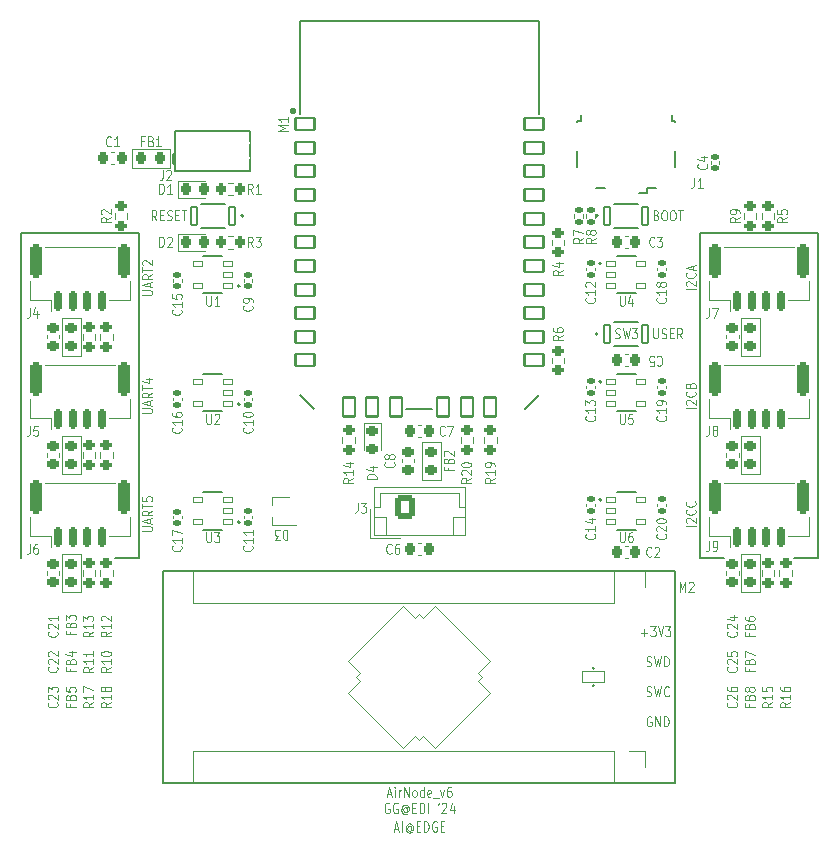
<source format=gbr>
%TF.GenerationSoftware,KiCad,Pcbnew,(6.0.11)*%
%TF.CreationDate,2024-02-14T19:55:53+02:00*%
%TF.ProjectId,AI4EDGE_STM32_v6-rounded,41493445-4447-4455-9f53-544d33325f76,rev?*%
%TF.SameCoordinates,Original*%
%TF.FileFunction,Legend,Top*%
%TF.FilePolarity,Positive*%
%FSLAX46Y46*%
G04 Gerber Fmt 4.6, Leading zero omitted, Abs format (unit mm)*
G04 Created by KiCad (PCBNEW (6.0.11)) date 2024-02-14 19:55:53*
%MOMM*%
%LPD*%
G01*
G04 APERTURE LIST*
G04 Aperture macros list*
%AMRoundRect*
0 Rectangle with rounded corners*
0 $1 Rounding radius*
0 $2 $3 $4 $5 $6 $7 $8 $9 X,Y pos of 4 corners*
0 Add a 4 corners polygon primitive as box body*
4,1,4,$2,$3,$4,$5,$6,$7,$8,$9,$2,$3,0*
0 Add four circle primitives for the rounded corners*
1,1,$1+$1,$2,$3*
1,1,$1+$1,$4,$5*
1,1,$1+$1,$6,$7*
1,1,$1+$1,$8,$9*
0 Add four rect primitives between the rounded corners*
20,1,$1+$1,$2,$3,$4,$5,0*
20,1,$1+$1,$4,$5,$6,$7,0*
20,1,$1+$1,$6,$7,$8,$9,0*
20,1,$1+$1,$8,$9,$2,$3,0*%
%AMOutline5P*
0 Free polygon, 5 corners , with rotation*
0 The origin of the aperture is its center*
0 number of corners: always 5*
0 $1 to $10 corner X, Y*
0 $11 Rotation angle, in degrees counterclockwise*
0 create outline with 5 corners*
4,1,5,$1,$2,$3,$4,$5,$6,$7,$8,$9,$10,$1,$2,$11*%
%AMOutline6P*
0 Free polygon, 6 corners , with rotation*
0 The origin of the aperture is its center*
0 number of corners: always 6*
0 $1 to $12 corner X, Y*
0 $13 Rotation angle, in degrees counterclockwise*
0 create outline with 6 corners*
4,1,6,$1,$2,$3,$4,$5,$6,$7,$8,$9,$10,$11,$12,$1,$2,$13*%
%AMOutline7P*
0 Free polygon, 7 corners , with rotation*
0 The origin of the aperture is its center*
0 number of corners: always 7*
0 $1 to $14 corner X, Y*
0 $15 Rotation angle, in degrees counterclockwise*
0 create outline with 7 corners*
4,1,7,$1,$2,$3,$4,$5,$6,$7,$8,$9,$10,$11,$12,$13,$14,$1,$2,$15*%
%AMOutline8P*
0 Free polygon, 8 corners , with rotation*
0 The origin of the aperture is its center*
0 number of corners: always 8*
0 $1 to $16 corner X, Y*
0 $17 Rotation angle, in degrees counterclockwise*
0 create outline with 8 corners*
4,1,8,$1,$2,$3,$4,$5,$6,$7,$8,$9,$10,$11,$12,$13,$14,$15,$16,$1,$2,$17*%
G04 Aperture macros list end*
%ADD10C,0.150000*%
%ADD11C,0.120000*%
%ADD12C,0.127000*%
%ADD13C,0.200000*%
%ADD14C,0.050000*%
%ADD15C,0.254000*%
%ADD16RoundRect,0.140000X-0.170000X0.140000X-0.170000X-0.140000X0.170000X-0.140000X0.170000X0.140000X0*%
%ADD17RoundRect,0.225000X-0.250000X0.225000X-0.250000X-0.225000X0.250000X-0.225000X0.250000X0.225000X0*%
%ADD18C,0.800000*%
%ADD19R,0.450000X1.300000*%
%ADD20C,2.000000*%
%ADD21C,1.800000*%
%ADD22RoundRect,0.140000X0.170000X-0.140000X0.170000X0.140000X-0.170000X0.140000X-0.170000X-0.140000X0*%
%ADD23RoundRect,0.200000X0.275000X-0.200000X0.275000X0.200000X-0.275000X0.200000X-0.275000X-0.200000X0*%
%ADD24RoundRect,0.102000X-0.275000X-0.750000X0.275000X-0.750000X0.275000X0.750000X-0.275000X0.750000X0*%
%ADD25RoundRect,0.218750X-0.256250X0.218750X-0.256250X-0.218750X0.256250X-0.218750X0.256250X0.218750X0*%
%ADD26RoundRect,0.038500X-0.411500X-0.236500X0.411500X-0.236500X0.411500X0.236500X-0.411500X0.236500X0*%
%ADD27C,1.700000*%
%ADD28R,1.700000X1.700000*%
%ADD29O,1.700000X1.700000*%
%ADD30RoundRect,0.225000X0.225000X0.250000X-0.225000X0.250000X-0.225000X-0.250000X0.225000X-0.250000X0*%
%ADD31RoundRect,0.135000X-0.185000X0.135000X-0.185000X-0.135000X0.185000X-0.135000X0.185000X0.135000X0*%
%ADD32RoundRect,0.150000X-0.150000X-0.700000X0.150000X-0.700000X0.150000X0.700000X-0.150000X0.700000X0*%
%ADD33RoundRect,0.250000X-0.250000X-1.150000X0.250000X-1.150000X0.250000X1.150000X-0.250000X1.150000X0*%
%ADD34RoundRect,0.200000X-0.275000X0.200000X-0.275000X-0.200000X0.275000X-0.200000X0.275000X0.200000X0*%
%ADD35RoundRect,0.218750X0.256250X-0.218750X0.256250X0.218750X-0.256250X0.218750X-0.256250X-0.218750X0*%
%ADD36C,5.000000*%
%ADD37RoundRect,0.094488X0.805512X-0.505512X0.805512X0.505512X-0.805512X0.505512X-0.805512X-0.505512X0*%
%ADD38Outline6P,-0.600000X0.900000X0.600000X0.900000X0.600000X-0.600000X0.300000X-0.900000X-0.300000X-0.900000X-0.600000X-0.600000X90.000000*%
%ADD39Outline6P,-0.600000X0.900000X0.600000X0.900000X0.600000X-0.600000X0.300000X-0.900000X-0.300000X-0.900000X-0.600000X-0.600000X180.000000*%
%ADD40RoundRect,0.094488X0.505512X0.805512X-0.505512X0.805512X-0.505512X-0.805512X0.505512X-0.805512X0*%
%ADD41Outline6P,-0.600000X0.900000X0.600000X0.900000X0.600000X-0.600000X0.300000X-0.900000X-0.300000X-0.900000X-0.600000X-0.600000X270.000000*%
%ADD42RoundRect,0.094488X-0.805512X0.505512X-0.805512X-0.505512X0.805512X-0.505512X0.805512X0.505512X0*%
%ADD43RoundRect,0.038500X0.411500X0.236500X-0.411500X0.236500X-0.411500X-0.236500X0.411500X-0.236500X0*%
%ADD44R,0.700000X0.450000*%
%ADD45RoundRect,0.218750X-0.218750X-0.256250X0.218750X-0.256250X0.218750X0.256250X-0.218750X0.256250X0*%
%ADD46C,1.203200*%
%ADD47RoundRect,0.225000X-0.225000X-0.250000X0.225000X-0.250000X0.225000X0.250000X-0.225000X0.250000X0*%
%ADD48RoundRect,0.102000X0.275000X0.750000X-0.275000X0.750000X-0.275000X-0.750000X0.275000X-0.750000X0*%
%ADD49RoundRect,0.200000X0.200000X0.275000X-0.200000X0.275000X-0.200000X-0.275000X0.200000X-0.275000X0*%
%ADD50RoundRect,0.250000X-0.600000X-0.750000X0.600000X-0.750000X0.600000X0.750000X-0.600000X0.750000X0*%
%ADD51O,1.700000X2.000000*%
%ADD52RoundRect,0.218750X0.218750X0.256250X-0.218750X0.256250X-0.218750X-0.256250X0.218750X-0.256250X0*%
G04 APERTURE END LIST*
D10*
X101250000Y-103750000D02*
X99250000Y-103750000D01*
X150750000Y-103750000D02*
X148750000Y-103750000D01*
X158750000Y-76250000D02*
X158750000Y-103750000D01*
X148750000Y-103750000D02*
X148750000Y-76250000D01*
X91250000Y-76250000D02*
X101250000Y-76250000D01*
X158750000Y-103750000D02*
X156750000Y-103750000D01*
X148750000Y-76250000D02*
X158750000Y-76250000D01*
X91250000Y-103750000D02*
X91250000Y-76250000D01*
X101250000Y-103750000D02*
X101250000Y-76250000D01*
D11*
X122883333Y-126641666D02*
X123216666Y-126641666D01*
X122816666Y-126884523D02*
X123050000Y-126034523D01*
X123283333Y-126884523D01*
X123516666Y-126884523D02*
X123516666Y-126034523D01*
X124283333Y-126479761D02*
X124250000Y-126439285D01*
X124183333Y-126398809D01*
X124116666Y-126398809D01*
X124050000Y-126439285D01*
X124016666Y-126479761D01*
X123983333Y-126560714D01*
X123983333Y-126641666D01*
X124016666Y-126722619D01*
X124050000Y-126763095D01*
X124116666Y-126803571D01*
X124183333Y-126803571D01*
X124250000Y-126763095D01*
X124283333Y-126722619D01*
X124283333Y-126398809D02*
X124283333Y-126722619D01*
X124316666Y-126763095D01*
X124350000Y-126763095D01*
X124416666Y-126722619D01*
X124450000Y-126641666D01*
X124450000Y-126439285D01*
X124383333Y-126317857D01*
X124283333Y-126236904D01*
X124150000Y-126196428D01*
X124016666Y-126236904D01*
X123916666Y-126317857D01*
X123850000Y-126439285D01*
X123816666Y-126601190D01*
X123850000Y-126763095D01*
X123916666Y-126884523D01*
X124016666Y-126965476D01*
X124150000Y-127005952D01*
X124283333Y-126965476D01*
X124383333Y-126884523D01*
X124750000Y-126439285D02*
X124983333Y-126439285D01*
X125083333Y-126884523D02*
X124750000Y-126884523D01*
X124750000Y-126034523D01*
X125083333Y-126034523D01*
X125383333Y-126884523D02*
X125383333Y-126034523D01*
X125550000Y-126034523D01*
X125650000Y-126075000D01*
X125716666Y-126155952D01*
X125750000Y-126236904D01*
X125783333Y-126398809D01*
X125783333Y-126520238D01*
X125750000Y-126682142D01*
X125716666Y-126763095D01*
X125650000Y-126844047D01*
X125550000Y-126884523D01*
X125383333Y-126884523D01*
X126450000Y-126075000D02*
X126383333Y-126034523D01*
X126283333Y-126034523D01*
X126183333Y-126075000D01*
X126116666Y-126155952D01*
X126083333Y-126236904D01*
X126050000Y-126398809D01*
X126050000Y-126520238D01*
X126083333Y-126682142D01*
X126116666Y-126763095D01*
X126183333Y-126844047D01*
X126283333Y-126884523D01*
X126350000Y-126884523D01*
X126450000Y-126844047D01*
X126483333Y-126803571D01*
X126483333Y-126520238D01*
X126350000Y-126520238D01*
X126783333Y-126439285D02*
X127016666Y-126439285D01*
X127116666Y-126884523D02*
X126783333Y-126884523D01*
X126783333Y-126034523D01*
X127116666Y-126034523D01*
X102733333Y-75134523D02*
X102500000Y-74729761D01*
X102333333Y-75134523D02*
X102333333Y-74284523D01*
X102600000Y-74284523D01*
X102666666Y-74325000D01*
X102700000Y-74365476D01*
X102733333Y-74446428D01*
X102733333Y-74567857D01*
X102700000Y-74648809D01*
X102666666Y-74689285D01*
X102600000Y-74729761D01*
X102333333Y-74729761D01*
X103033333Y-74689285D02*
X103266666Y-74689285D01*
X103366666Y-75134523D02*
X103033333Y-75134523D01*
X103033333Y-74284523D01*
X103366666Y-74284523D01*
X103633333Y-75094047D02*
X103733333Y-75134523D01*
X103900000Y-75134523D01*
X103966666Y-75094047D01*
X104000000Y-75053571D01*
X104033333Y-74972619D01*
X104033333Y-74891666D01*
X104000000Y-74810714D01*
X103966666Y-74770238D01*
X103900000Y-74729761D01*
X103766666Y-74689285D01*
X103700000Y-74648809D01*
X103666666Y-74608333D01*
X103633333Y-74527380D01*
X103633333Y-74446428D01*
X103666666Y-74365476D01*
X103700000Y-74325000D01*
X103766666Y-74284523D01*
X103933333Y-74284523D01*
X104033333Y-74325000D01*
X104333333Y-74689285D02*
X104566666Y-74689285D01*
X104666666Y-75134523D02*
X104333333Y-75134523D01*
X104333333Y-74284523D01*
X104666666Y-74284523D01*
X104866666Y-74284523D02*
X105266666Y-74284523D01*
X105066666Y-75134523D02*
X105066666Y-74284523D01*
X122283333Y-123707416D02*
X122616666Y-123707416D01*
X122216666Y-123950273D02*
X122450000Y-123100273D01*
X122683333Y-123950273D01*
X122916666Y-123950273D02*
X122916666Y-123383607D01*
X122916666Y-123100273D02*
X122883333Y-123140750D01*
X122916666Y-123181226D01*
X122950000Y-123140750D01*
X122916666Y-123100273D01*
X122916666Y-123181226D01*
X123250000Y-123950273D02*
X123250000Y-123383607D01*
X123250000Y-123545511D02*
X123283333Y-123464559D01*
X123316666Y-123424083D01*
X123383333Y-123383607D01*
X123450000Y-123383607D01*
X123683333Y-123950273D02*
X123683333Y-123100273D01*
X124083333Y-123950273D01*
X124083333Y-123100273D01*
X124516666Y-123950273D02*
X124450000Y-123909797D01*
X124416666Y-123869321D01*
X124383333Y-123788369D01*
X124383333Y-123545511D01*
X124416666Y-123464559D01*
X124450000Y-123424083D01*
X124516666Y-123383607D01*
X124616666Y-123383607D01*
X124683333Y-123424083D01*
X124716666Y-123464559D01*
X124750000Y-123545511D01*
X124750000Y-123788369D01*
X124716666Y-123869321D01*
X124683333Y-123909797D01*
X124616666Y-123950273D01*
X124516666Y-123950273D01*
X125350000Y-123950273D02*
X125350000Y-123100273D01*
X125350000Y-123909797D02*
X125283333Y-123950273D01*
X125150000Y-123950273D01*
X125083333Y-123909797D01*
X125050000Y-123869321D01*
X125016666Y-123788369D01*
X125016666Y-123545511D01*
X125050000Y-123464559D01*
X125083333Y-123424083D01*
X125150000Y-123383607D01*
X125283333Y-123383607D01*
X125350000Y-123424083D01*
X125950000Y-123909797D02*
X125883333Y-123950273D01*
X125750000Y-123950273D01*
X125683333Y-123909797D01*
X125650000Y-123828845D01*
X125650000Y-123505035D01*
X125683333Y-123424083D01*
X125750000Y-123383607D01*
X125883333Y-123383607D01*
X125950000Y-123424083D01*
X125983333Y-123505035D01*
X125983333Y-123585988D01*
X125650000Y-123666940D01*
X126116666Y-124031226D02*
X126650000Y-124031226D01*
X126750000Y-123383607D02*
X126916666Y-123950273D01*
X127083333Y-123383607D01*
X127650000Y-123100273D02*
X127516666Y-123100273D01*
X127450000Y-123140750D01*
X127416666Y-123181226D01*
X127350000Y-123302654D01*
X127316666Y-123464559D01*
X127316666Y-123788369D01*
X127350000Y-123869321D01*
X127383333Y-123909797D01*
X127450000Y-123950273D01*
X127583333Y-123950273D01*
X127650000Y-123909797D01*
X127683333Y-123869321D01*
X127716666Y-123788369D01*
X127716666Y-123585988D01*
X127683333Y-123505035D01*
X127650000Y-123464559D01*
X127583333Y-123424083D01*
X127450000Y-123424083D01*
X127383333Y-123464559D01*
X127350000Y-123505035D01*
X127316666Y-123585988D01*
X122450000Y-124509250D02*
X122383333Y-124468773D01*
X122283333Y-124468773D01*
X122183333Y-124509250D01*
X122116666Y-124590202D01*
X122083333Y-124671154D01*
X122050000Y-124833059D01*
X122050000Y-124954488D01*
X122083333Y-125116392D01*
X122116666Y-125197345D01*
X122183333Y-125278297D01*
X122283333Y-125318773D01*
X122350000Y-125318773D01*
X122450000Y-125278297D01*
X122483333Y-125237821D01*
X122483333Y-124954488D01*
X122350000Y-124954488D01*
X123150000Y-124509250D02*
X123083333Y-124468773D01*
X122983333Y-124468773D01*
X122883333Y-124509250D01*
X122816666Y-124590202D01*
X122783333Y-124671154D01*
X122750000Y-124833059D01*
X122750000Y-124954488D01*
X122783333Y-125116392D01*
X122816666Y-125197345D01*
X122883333Y-125278297D01*
X122983333Y-125318773D01*
X123050000Y-125318773D01*
X123150000Y-125278297D01*
X123183333Y-125237821D01*
X123183333Y-124954488D01*
X123050000Y-124954488D01*
X123916666Y-124914011D02*
X123883333Y-124873535D01*
X123816666Y-124833059D01*
X123750000Y-124833059D01*
X123683333Y-124873535D01*
X123650000Y-124914011D01*
X123616666Y-124994964D01*
X123616666Y-125075916D01*
X123650000Y-125156869D01*
X123683333Y-125197345D01*
X123750000Y-125237821D01*
X123816666Y-125237821D01*
X123883333Y-125197345D01*
X123916666Y-125156869D01*
X123916666Y-124833059D02*
X123916666Y-125156869D01*
X123950000Y-125197345D01*
X123983333Y-125197345D01*
X124050000Y-125156869D01*
X124083333Y-125075916D01*
X124083333Y-124873535D01*
X124016666Y-124752107D01*
X123916666Y-124671154D01*
X123783333Y-124630678D01*
X123650000Y-124671154D01*
X123550000Y-124752107D01*
X123483333Y-124873535D01*
X123450000Y-125035440D01*
X123483333Y-125197345D01*
X123550000Y-125318773D01*
X123650000Y-125399726D01*
X123783333Y-125440202D01*
X123916666Y-125399726D01*
X124016666Y-125318773D01*
X124383333Y-124873535D02*
X124616666Y-124873535D01*
X124716666Y-125318773D02*
X124383333Y-125318773D01*
X124383333Y-124468773D01*
X124716666Y-124468773D01*
X125016666Y-125318773D02*
X125016666Y-124468773D01*
X125183333Y-124468773D01*
X125283333Y-124509250D01*
X125350000Y-124590202D01*
X125383333Y-124671154D01*
X125416666Y-124833059D01*
X125416666Y-124954488D01*
X125383333Y-125116392D01*
X125350000Y-125197345D01*
X125283333Y-125278297D01*
X125183333Y-125318773D01*
X125016666Y-125318773D01*
X125716666Y-125318773D02*
X125716666Y-124468773D01*
X126616666Y-124468773D02*
X126550000Y-124630678D01*
X126883333Y-124549726D02*
X126916666Y-124509250D01*
X126983333Y-124468773D01*
X127150000Y-124468773D01*
X127216666Y-124509250D01*
X127250000Y-124549726D01*
X127283333Y-124630678D01*
X127283333Y-124711630D01*
X127250000Y-124833059D01*
X126850000Y-125318773D01*
X127283333Y-125318773D01*
X127883333Y-124752107D02*
X127883333Y-125318773D01*
X127716666Y-124428297D02*
X127550000Y-125035440D01*
X127983333Y-125035440D01*
%TO.C,C15*%
X104803571Y-82700000D02*
X104844047Y-82733333D01*
X104884523Y-82833333D01*
X104884523Y-82900000D01*
X104844047Y-83000000D01*
X104763095Y-83066666D01*
X104682142Y-83100000D01*
X104520238Y-83133333D01*
X104398809Y-83133333D01*
X104236904Y-83100000D01*
X104155952Y-83066666D01*
X104075000Y-83000000D01*
X104034523Y-82900000D01*
X104034523Y-82833333D01*
X104075000Y-82733333D01*
X104115476Y-82700000D01*
X104884523Y-82033333D02*
X104884523Y-82433333D01*
X104884523Y-82233333D02*
X104034523Y-82233333D01*
X104155952Y-82300000D01*
X104236904Y-82366666D01*
X104277380Y-82433333D01*
X104034523Y-81400000D02*
X104034523Y-81733333D01*
X104439285Y-81766666D01*
X104398809Y-81733333D01*
X104358333Y-81666666D01*
X104358333Y-81500000D01*
X104398809Y-81433333D01*
X104439285Y-81400000D01*
X104520238Y-81366666D01*
X104722619Y-81366666D01*
X104803571Y-81400000D01*
X104844047Y-81433333D01*
X104884523Y-81500000D01*
X104884523Y-81666666D01*
X104844047Y-81733333D01*
X104803571Y-81766666D01*
%TO.C,C24*%
X151803571Y-109950000D02*
X151844047Y-109983333D01*
X151884523Y-110083333D01*
X151884523Y-110150000D01*
X151844047Y-110250000D01*
X151763095Y-110316666D01*
X151682142Y-110350000D01*
X151520238Y-110383333D01*
X151398809Y-110383333D01*
X151236904Y-110350000D01*
X151155952Y-110316666D01*
X151075000Y-110250000D01*
X151034523Y-110150000D01*
X151034523Y-110083333D01*
X151075000Y-109983333D01*
X151115476Y-109950000D01*
X151115476Y-109683333D02*
X151075000Y-109650000D01*
X151034523Y-109583333D01*
X151034523Y-109416666D01*
X151075000Y-109350000D01*
X151115476Y-109316666D01*
X151196428Y-109283333D01*
X151277380Y-109283333D01*
X151398809Y-109316666D01*
X151884523Y-109716666D01*
X151884523Y-109283333D01*
X151317857Y-108683333D02*
X151884523Y-108683333D01*
X150994047Y-108850000D02*
X151601190Y-109016666D01*
X151601190Y-108583333D01*
%TO.C,J1*%
X148266666Y-71534523D02*
X148266666Y-72141666D01*
X148233333Y-72263095D01*
X148166666Y-72344047D01*
X148066666Y-72384523D01*
X148000000Y-72384523D01*
X148966666Y-72384523D02*
X148566666Y-72384523D01*
X148766666Y-72384523D02*
X148766666Y-71534523D01*
X148700000Y-71655952D01*
X148633333Y-71736904D01*
X148566666Y-71777380D01*
%TO.C,C4*%
X149303571Y-70366666D02*
X149344047Y-70400000D01*
X149384523Y-70500000D01*
X149384523Y-70566666D01*
X149344047Y-70666666D01*
X149263095Y-70733333D01*
X149182142Y-70766666D01*
X149020238Y-70800000D01*
X148898809Y-70800000D01*
X148736904Y-70766666D01*
X148655952Y-70733333D01*
X148575000Y-70666666D01*
X148534523Y-70566666D01*
X148534523Y-70500000D01*
X148575000Y-70400000D01*
X148615476Y-70366666D01*
X148817857Y-69766666D02*
X149384523Y-69766666D01*
X148494047Y-69933333D02*
X149101190Y-70100000D01*
X149101190Y-69666666D01*
%TO.C,C9*%
X110803571Y-82366666D02*
X110844047Y-82400000D01*
X110884523Y-82500000D01*
X110884523Y-82566666D01*
X110844047Y-82666666D01*
X110763095Y-82733333D01*
X110682142Y-82766666D01*
X110520238Y-82800000D01*
X110398809Y-82800000D01*
X110236904Y-82766666D01*
X110155952Y-82733333D01*
X110075000Y-82666666D01*
X110034523Y-82566666D01*
X110034523Y-82500000D01*
X110075000Y-82400000D01*
X110115476Y-82366666D01*
X110884523Y-82033333D02*
X110884523Y-81900000D01*
X110844047Y-81833333D01*
X110803571Y-81800000D01*
X110682142Y-81733333D01*
X110520238Y-81700000D01*
X110196428Y-81700000D01*
X110115476Y-81733333D01*
X110075000Y-81766666D01*
X110034523Y-81833333D01*
X110034523Y-81966666D01*
X110075000Y-82033333D01*
X110115476Y-82066666D01*
X110196428Y-82100000D01*
X110398809Y-82100000D01*
X110479761Y-82066666D01*
X110520238Y-82033333D01*
X110560714Y-81966666D01*
X110560714Y-81833333D01*
X110520238Y-81766666D01*
X110479761Y-81733333D01*
X110398809Y-81700000D01*
%TO.C,C17*%
X104803571Y-102700000D02*
X104844047Y-102733333D01*
X104884523Y-102833333D01*
X104884523Y-102900000D01*
X104844047Y-103000000D01*
X104763095Y-103066666D01*
X104682142Y-103100000D01*
X104520238Y-103133333D01*
X104398809Y-103133333D01*
X104236904Y-103100000D01*
X104155952Y-103066666D01*
X104075000Y-103000000D01*
X104034523Y-102900000D01*
X104034523Y-102833333D01*
X104075000Y-102733333D01*
X104115476Y-102700000D01*
X104884523Y-102033333D02*
X104884523Y-102433333D01*
X104884523Y-102233333D02*
X104034523Y-102233333D01*
X104155952Y-102300000D01*
X104236904Y-102366666D01*
X104277380Y-102433333D01*
X104034523Y-101800000D02*
X104034523Y-101333333D01*
X104884523Y-101633333D01*
%TO.C,R20*%
X129384523Y-96950000D02*
X128979761Y-97183333D01*
X129384523Y-97350000D02*
X128534523Y-97350000D01*
X128534523Y-97083333D01*
X128575000Y-97016666D01*
X128615476Y-96983333D01*
X128696428Y-96950000D01*
X128817857Y-96950000D01*
X128898809Y-96983333D01*
X128939285Y-97016666D01*
X128979761Y-97083333D01*
X128979761Y-97350000D01*
X128615476Y-96683333D02*
X128575000Y-96650000D01*
X128534523Y-96583333D01*
X128534523Y-96416666D01*
X128575000Y-96350000D01*
X128615476Y-96316666D01*
X128696428Y-96283333D01*
X128777380Y-96283333D01*
X128898809Y-96316666D01*
X129384523Y-96716666D01*
X129384523Y-96283333D01*
X128534523Y-95850000D02*
X128534523Y-95783333D01*
X128575000Y-95716666D01*
X128615476Y-95683333D01*
X128696428Y-95650000D01*
X128858333Y-95616666D01*
X129060714Y-95616666D01*
X129222619Y-95650000D01*
X129303571Y-95683333D01*
X129344047Y-95716666D01*
X129384523Y-95783333D01*
X129384523Y-95850000D01*
X129344047Y-95916666D01*
X129303571Y-95950000D01*
X129222619Y-95983333D01*
X129060714Y-96016666D01*
X128858333Y-96016666D01*
X128696428Y-95983333D01*
X128615476Y-95950000D01*
X128575000Y-95916666D01*
X128534523Y-95850000D01*
%TO.C,C14*%
X139803571Y-101700000D02*
X139844047Y-101733333D01*
X139884523Y-101833333D01*
X139884523Y-101900000D01*
X139844047Y-102000000D01*
X139763095Y-102066666D01*
X139682142Y-102100000D01*
X139520238Y-102133333D01*
X139398809Y-102133333D01*
X139236904Y-102100000D01*
X139155952Y-102066666D01*
X139075000Y-102000000D01*
X139034523Y-101900000D01*
X139034523Y-101833333D01*
X139075000Y-101733333D01*
X139115476Y-101700000D01*
X139884523Y-101033333D02*
X139884523Y-101433333D01*
X139884523Y-101233333D02*
X139034523Y-101233333D01*
X139155952Y-101300000D01*
X139236904Y-101366666D01*
X139277380Y-101433333D01*
X139317857Y-100433333D02*
X139884523Y-100433333D01*
X138994047Y-100600000D02*
X139601190Y-100766666D01*
X139601190Y-100333333D01*
%TO.C,C26*%
X151803571Y-115950000D02*
X151844047Y-115983333D01*
X151884523Y-116083333D01*
X151884523Y-116150000D01*
X151844047Y-116250000D01*
X151763095Y-116316666D01*
X151682142Y-116350000D01*
X151520238Y-116383333D01*
X151398809Y-116383333D01*
X151236904Y-116350000D01*
X151155952Y-116316666D01*
X151075000Y-116250000D01*
X151034523Y-116150000D01*
X151034523Y-116083333D01*
X151075000Y-115983333D01*
X151115476Y-115950000D01*
X151115476Y-115683333D02*
X151075000Y-115650000D01*
X151034523Y-115583333D01*
X151034523Y-115416666D01*
X151075000Y-115350000D01*
X151115476Y-115316666D01*
X151196428Y-115283333D01*
X151277380Y-115283333D01*
X151398809Y-115316666D01*
X151884523Y-115716666D01*
X151884523Y-115283333D01*
X151034523Y-114683333D02*
X151034523Y-114816666D01*
X151075000Y-114883333D01*
X151115476Y-114916666D01*
X151236904Y-114983333D01*
X151398809Y-115016666D01*
X151722619Y-115016666D01*
X151803571Y-114983333D01*
X151844047Y-114950000D01*
X151884523Y-114883333D01*
X151884523Y-114750000D01*
X151844047Y-114683333D01*
X151803571Y-114650000D01*
X151722619Y-114616666D01*
X151520238Y-114616666D01*
X151439285Y-114650000D01*
X151398809Y-114683333D01*
X151358333Y-114750000D01*
X151358333Y-114883333D01*
X151398809Y-114950000D01*
X151439285Y-114983333D01*
X151520238Y-115016666D01*
%TO.C,C18*%
X145803571Y-81700000D02*
X145844047Y-81733333D01*
X145884523Y-81833333D01*
X145884523Y-81900000D01*
X145844047Y-82000000D01*
X145763095Y-82066666D01*
X145682142Y-82100000D01*
X145520238Y-82133333D01*
X145398809Y-82133333D01*
X145236904Y-82100000D01*
X145155952Y-82066666D01*
X145075000Y-82000000D01*
X145034523Y-81900000D01*
X145034523Y-81833333D01*
X145075000Y-81733333D01*
X145115476Y-81700000D01*
X145884523Y-81033333D02*
X145884523Y-81433333D01*
X145884523Y-81233333D02*
X145034523Y-81233333D01*
X145155952Y-81300000D01*
X145236904Y-81366666D01*
X145277380Y-81433333D01*
X145398809Y-80633333D02*
X145358333Y-80700000D01*
X145317857Y-80733333D01*
X145236904Y-80766666D01*
X145196428Y-80766666D01*
X145115476Y-80733333D01*
X145075000Y-80700000D01*
X145034523Y-80633333D01*
X145034523Y-80500000D01*
X145075000Y-80433333D01*
X145115476Y-80400000D01*
X145196428Y-80366666D01*
X145236904Y-80366666D01*
X145317857Y-80400000D01*
X145358333Y-80433333D01*
X145398809Y-80500000D01*
X145398809Y-80633333D01*
X145439285Y-80700000D01*
X145479761Y-80733333D01*
X145560714Y-80766666D01*
X145722619Y-80766666D01*
X145803571Y-80733333D01*
X145844047Y-80700000D01*
X145884523Y-80633333D01*
X145884523Y-80500000D01*
X145844047Y-80433333D01*
X145803571Y-80400000D01*
X145722619Y-80366666D01*
X145560714Y-80366666D01*
X145479761Y-80400000D01*
X145439285Y-80433333D01*
X145398809Y-80500000D01*
%TO.C,C22*%
X94303571Y-112950000D02*
X94344047Y-112983333D01*
X94384523Y-113083333D01*
X94384523Y-113150000D01*
X94344047Y-113250000D01*
X94263095Y-113316666D01*
X94182142Y-113350000D01*
X94020238Y-113383333D01*
X93898809Y-113383333D01*
X93736904Y-113350000D01*
X93655952Y-113316666D01*
X93575000Y-113250000D01*
X93534523Y-113150000D01*
X93534523Y-113083333D01*
X93575000Y-112983333D01*
X93615476Y-112950000D01*
X93615476Y-112683333D02*
X93575000Y-112650000D01*
X93534523Y-112583333D01*
X93534523Y-112416666D01*
X93575000Y-112350000D01*
X93615476Y-112316666D01*
X93696428Y-112283333D01*
X93777380Y-112283333D01*
X93898809Y-112316666D01*
X94384523Y-112716666D01*
X94384523Y-112283333D01*
X93615476Y-112016666D02*
X93575000Y-111983333D01*
X93534523Y-111916666D01*
X93534523Y-111750000D01*
X93575000Y-111683333D01*
X93615476Y-111650000D01*
X93696428Y-111616666D01*
X93777380Y-111616666D01*
X93898809Y-111650000D01*
X94384523Y-112050000D01*
X94384523Y-111616666D01*
%TO.C,C13*%
X139803571Y-91700000D02*
X139844047Y-91733333D01*
X139884523Y-91833333D01*
X139884523Y-91900000D01*
X139844047Y-92000000D01*
X139763095Y-92066666D01*
X139682142Y-92100000D01*
X139520238Y-92133333D01*
X139398809Y-92133333D01*
X139236904Y-92100000D01*
X139155952Y-92066666D01*
X139075000Y-92000000D01*
X139034523Y-91900000D01*
X139034523Y-91833333D01*
X139075000Y-91733333D01*
X139115476Y-91700000D01*
X139884523Y-91033333D02*
X139884523Y-91433333D01*
X139884523Y-91233333D02*
X139034523Y-91233333D01*
X139155952Y-91300000D01*
X139236904Y-91366666D01*
X139277380Y-91433333D01*
X139034523Y-90800000D02*
X139034523Y-90366666D01*
X139358333Y-90600000D01*
X139358333Y-90500000D01*
X139398809Y-90433333D01*
X139439285Y-90400000D01*
X139520238Y-90366666D01*
X139722619Y-90366666D01*
X139803571Y-90400000D01*
X139844047Y-90433333D01*
X139884523Y-90500000D01*
X139884523Y-90700000D01*
X139844047Y-90766666D01*
X139803571Y-90800000D01*
%TO.C,SW3*%
X141566666Y-85094047D02*
X141666666Y-85134523D01*
X141833333Y-85134523D01*
X141900000Y-85094047D01*
X141933333Y-85053571D01*
X141966666Y-84972619D01*
X141966666Y-84891666D01*
X141933333Y-84810714D01*
X141900000Y-84770238D01*
X141833333Y-84729761D01*
X141700000Y-84689285D01*
X141633333Y-84648809D01*
X141600000Y-84608333D01*
X141566666Y-84527380D01*
X141566666Y-84446428D01*
X141600000Y-84365476D01*
X141633333Y-84325000D01*
X141700000Y-84284523D01*
X141866666Y-84284523D01*
X141966666Y-84325000D01*
X142200000Y-84284523D02*
X142366666Y-85134523D01*
X142500000Y-84527380D01*
X142633333Y-85134523D01*
X142800000Y-84284523D01*
X143000000Y-84284523D02*
X143433333Y-84284523D01*
X143200000Y-84608333D01*
X143300000Y-84608333D01*
X143366666Y-84648809D01*
X143400000Y-84689285D01*
X143433333Y-84770238D01*
X143433333Y-84972619D01*
X143400000Y-85053571D01*
X143366666Y-85094047D01*
X143300000Y-85134523D01*
X143100000Y-85134523D01*
X143033333Y-85094047D01*
X143000000Y-85053571D01*
X144800000Y-84284523D02*
X144800000Y-84972619D01*
X144833333Y-85053571D01*
X144866666Y-85094047D01*
X144933333Y-85134523D01*
X145066666Y-85134523D01*
X145133333Y-85094047D01*
X145166666Y-85053571D01*
X145200000Y-84972619D01*
X145200000Y-84284523D01*
X145500000Y-85094047D02*
X145600000Y-85134523D01*
X145766666Y-85134523D01*
X145833333Y-85094047D01*
X145866666Y-85053571D01*
X145900000Y-84972619D01*
X145900000Y-84891666D01*
X145866666Y-84810714D01*
X145833333Y-84770238D01*
X145766666Y-84729761D01*
X145633333Y-84689285D01*
X145566666Y-84648809D01*
X145533333Y-84608333D01*
X145500000Y-84527380D01*
X145500000Y-84446428D01*
X145533333Y-84365476D01*
X145566666Y-84325000D01*
X145633333Y-84284523D01*
X145800000Y-84284523D01*
X145900000Y-84325000D01*
X146200000Y-84689285D02*
X146433333Y-84689285D01*
X146533333Y-85134523D02*
X146200000Y-85134523D01*
X146200000Y-84284523D01*
X146533333Y-84284523D01*
X147233333Y-85134523D02*
X147000000Y-84729761D01*
X146833333Y-85134523D02*
X146833333Y-84284523D01*
X147100000Y-84284523D01*
X147166666Y-84325000D01*
X147200000Y-84365476D01*
X147233333Y-84446428D01*
X147233333Y-84567857D01*
X147200000Y-84648809D01*
X147166666Y-84689285D01*
X147100000Y-84729761D01*
X146833333Y-84729761D01*
%TO.C,D4*%
X121384523Y-97016666D02*
X120534523Y-97016666D01*
X120534523Y-96850000D01*
X120575000Y-96750000D01*
X120655952Y-96683333D01*
X120736904Y-96650000D01*
X120898809Y-96616666D01*
X121020238Y-96616666D01*
X121182142Y-96650000D01*
X121263095Y-96683333D01*
X121344047Y-96750000D01*
X121384523Y-96850000D01*
X121384523Y-97016666D01*
X120817857Y-96016666D02*
X121384523Y-96016666D01*
X120494047Y-96183333D02*
X121101190Y-96350000D01*
X121101190Y-95916666D01*
%TO.C,U6*%
X141966666Y-101534523D02*
X141966666Y-102222619D01*
X142000000Y-102303571D01*
X142033333Y-102344047D01*
X142100000Y-102384523D01*
X142233333Y-102384523D01*
X142300000Y-102344047D01*
X142333333Y-102303571D01*
X142366666Y-102222619D01*
X142366666Y-101534523D01*
X143000000Y-101534523D02*
X142866666Y-101534523D01*
X142800000Y-101575000D01*
X142766666Y-101615476D01*
X142700000Y-101736904D01*
X142666666Y-101898809D01*
X142666666Y-102222619D01*
X142700000Y-102303571D01*
X142733333Y-102344047D01*
X142800000Y-102384523D01*
X142933333Y-102384523D01*
X143000000Y-102344047D01*
X143033333Y-102303571D01*
X143066666Y-102222619D01*
X143066666Y-102020238D01*
X143033333Y-101939285D01*
X143000000Y-101898809D01*
X142933333Y-101858333D01*
X142800000Y-101858333D01*
X142733333Y-101898809D01*
X142700000Y-101939285D01*
X142666666Y-102020238D01*
%TO.C,M2*%
X147033333Y-106584523D02*
X147033333Y-105734523D01*
X147266666Y-106341666D01*
X147500000Y-105734523D01*
X147500000Y-106584523D01*
X147800000Y-105815476D02*
X147833333Y-105775000D01*
X147900000Y-105734523D01*
X148066666Y-105734523D01*
X148133333Y-105775000D01*
X148166666Y-105815476D01*
X148200000Y-105896428D01*
X148200000Y-105977380D01*
X148166666Y-106098809D01*
X147766666Y-106584523D01*
X148200000Y-106584523D01*
X143749666Y-110042714D02*
X144283000Y-110042714D01*
X144016333Y-110366523D02*
X144016333Y-109718904D01*
X144549666Y-109516523D02*
X144983000Y-109516523D01*
X144749666Y-109840333D01*
X144849666Y-109840333D01*
X144916333Y-109880809D01*
X144949666Y-109921285D01*
X144983000Y-110002238D01*
X144983000Y-110204619D01*
X144949666Y-110285571D01*
X144916333Y-110326047D01*
X144849666Y-110366523D01*
X144649666Y-110366523D01*
X144583000Y-110326047D01*
X144549666Y-110285571D01*
X145183000Y-109516523D02*
X145416333Y-110366523D01*
X145649666Y-109516523D01*
X145816333Y-109516523D02*
X146249666Y-109516523D01*
X146016333Y-109840333D01*
X146116333Y-109840333D01*
X146183000Y-109880809D01*
X146216333Y-109921285D01*
X146249666Y-110002238D01*
X146249666Y-110204619D01*
X146216333Y-110285571D01*
X146183000Y-110326047D01*
X146116333Y-110366523D01*
X145916333Y-110366523D01*
X145849666Y-110326047D01*
X145816333Y-110285571D01*
X144224333Y-112866047D02*
X144324333Y-112906523D01*
X144491000Y-112906523D01*
X144557666Y-112866047D01*
X144591000Y-112825571D01*
X144624333Y-112744619D01*
X144624333Y-112663666D01*
X144591000Y-112582714D01*
X144557666Y-112542238D01*
X144491000Y-112501761D01*
X144357666Y-112461285D01*
X144291000Y-112420809D01*
X144257666Y-112380333D01*
X144224333Y-112299380D01*
X144224333Y-112218428D01*
X144257666Y-112137476D01*
X144291000Y-112097000D01*
X144357666Y-112056523D01*
X144524333Y-112056523D01*
X144624333Y-112097000D01*
X144857666Y-112056523D02*
X145024333Y-112906523D01*
X145157666Y-112299380D01*
X145291000Y-112906523D01*
X145457666Y-112056523D01*
X145724333Y-112906523D02*
X145724333Y-112056523D01*
X145891000Y-112056523D01*
X145991000Y-112097000D01*
X146057666Y-112177952D01*
X146091000Y-112258904D01*
X146124333Y-112420809D01*
X146124333Y-112542238D01*
X146091000Y-112704142D01*
X146057666Y-112785095D01*
X145991000Y-112866047D01*
X145891000Y-112906523D01*
X145724333Y-112906523D01*
X144224333Y-115406047D02*
X144324333Y-115446523D01*
X144491000Y-115446523D01*
X144557666Y-115406047D01*
X144591000Y-115365571D01*
X144624333Y-115284619D01*
X144624333Y-115203666D01*
X144591000Y-115122714D01*
X144557666Y-115082238D01*
X144491000Y-115041761D01*
X144357666Y-115001285D01*
X144291000Y-114960809D01*
X144257666Y-114920333D01*
X144224333Y-114839380D01*
X144224333Y-114758428D01*
X144257666Y-114677476D01*
X144291000Y-114637000D01*
X144357666Y-114596523D01*
X144524333Y-114596523D01*
X144624333Y-114637000D01*
X144857666Y-114596523D02*
X145024333Y-115446523D01*
X145157666Y-114839380D01*
X145291000Y-115446523D01*
X145457666Y-114596523D01*
X146124333Y-115365571D02*
X146091000Y-115406047D01*
X145991000Y-115446523D01*
X145924333Y-115446523D01*
X145824333Y-115406047D01*
X145757666Y-115325095D01*
X145724333Y-115244142D01*
X145691000Y-115082238D01*
X145691000Y-114960809D01*
X145724333Y-114798904D01*
X145757666Y-114717952D01*
X145824333Y-114637000D01*
X145924333Y-114596523D01*
X145991000Y-114596523D01*
X146091000Y-114637000D01*
X146124333Y-114677476D01*
X144624333Y-117177000D02*
X144557666Y-117136523D01*
X144457666Y-117136523D01*
X144357666Y-117177000D01*
X144291000Y-117257952D01*
X144257666Y-117338904D01*
X144224333Y-117500809D01*
X144224333Y-117622238D01*
X144257666Y-117784142D01*
X144291000Y-117865095D01*
X144357666Y-117946047D01*
X144457666Y-117986523D01*
X144524333Y-117986523D01*
X144624333Y-117946047D01*
X144657666Y-117905571D01*
X144657666Y-117622238D01*
X144524333Y-117622238D01*
X144957666Y-117986523D02*
X144957666Y-117136523D01*
X145357666Y-117986523D01*
X145357666Y-117136523D01*
X145691000Y-117986523D02*
X145691000Y-117136523D01*
X145857666Y-117136523D01*
X145957666Y-117177000D01*
X146024333Y-117257952D01*
X146057666Y-117338904D01*
X146091000Y-117500809D01*
X146091000Y-117622238D01*
X146057666Y-117784142D01*
X146024333Y-117865095D01*
X145957666Y-117946047D01*
X145857666Y-117986523D01*
X145691000Y-117986523D01*
%TO.C,C2*%
X144633333Y-103553571D02*
X144600000Y-103594047D01*
X144500000Y-103634523D01*
X144433333Y-103634523D01*
X144333333Y-103594047D01*
X144266666Y-103513095D01*
X144233333Y-103432142D01*
X144200000Y-103270238D01*
X144200000Y-103148809D01*
X144233333Y-102986904D01*
X144266666Y-102905952D01*
X144333333Y-102825000D01*
X144433333Y-102784523D01*
X144500000Y-102784523D01*
X144600000Y-102825000D01*
X144633333Y-102865476D01*
X144900000Y-102865476D02*
X144933333Y-102825000D01*
X145000000Y-102784523D01*
X145166666Y-102784523D01*
X145233333Y-102825000D01*
X145266666Y-102865476D01*
X145300000Y-102946428D01*
X145300000Y-103027380D01*
X145266666Y-103148809D01*
X144866666Y-103634523D01*
X145300000Y-103634523D01*
%TO.C,R7*%
X138884523Y-76616666D02*
X138479761Y-76850000D01*
X138884523Y-77016666D02*
X138034523Y-77016666D01*
X138034523Y-76750000D01*
X138075000Y-76683333D01*
X138115476Y-76650000D01*
X138196428Y-76616666D01*
X138317857Y-76616666D01*
X138398809Y-76650000D01*
X138439285Y-76683333D01*
X138479761Y-76750000D01*
X138479761Y-77016666D01*
X138034523Y-76383333D02*
X138034523Y-75916666D01*
X138884523Y-76216666D01*
%TO.C,R4*%
X137134523Y-79366666D02*
X136729761Y-79600000D01*
X137134523Y-79766666D02*
X136284523Y-79766666D01*
X136284523Y-79500000D01*
X136325000Y-79433333D01*
X136365476Y-79400000D01*
X136446428Y-79366666D01*
X136567857Y-79366666D01*
X136648809Y-79400000D01*
X136689285Y-79433333D01*
X136729761Y-79500000D01*
X136729761Y-79766666D01*
X136567857Y-78766666D02*
X137134523Y-78766666D01*
X136244047Y-78933333D02*
X136851190Y-79100000D01*
X136851190Y-78666666D01*
%TO.C,C10*%
X110803571Y-92700000D02*
X110844047Y-92733333D01*
X110884523Y-92833333D01*
X110884523Y-92900000D01*
X110844047Y-93000000D01*
X110763095Y-93066666D01*
X110682142Y-93100000D01*
X110520238Y-93133333D01*
X110398809Y-93133333D01*
X110236904Y-93100000D01*
X110155952Y-93066666D01*
X110075000Y-93000000D01*
X110034523Y-92900000D01*
X110034523Y-92833333D01*
X110075000Y-92733333D01*
X110115476Y-92700000D01*
X110884523Y-92033333D02*
X110884523Y-92433333D01*
X110884523Y-92233333D02*
X110034523Y-92233333D01*
X110155952Y-92300000D01*
X110236904Y-92366666D01*
X110277380Y-92433333D01*
X110034523Y-91600000D02*
X110034523Y-91533333D01*
X110075000Y-91466666D01*
X110115476Y-91433333D01*
X110196428Y-91400000D01*
X110358333Y-91366666D01*
X110560714Y-91366666D01*
X110722619Y-91400000D01*
X110803571Y-91433333D01*
X110844047Y-91466666D01*
X110884523Y-91533333D01*
X110884523Y-91600000D01*
X110844047Y-91666666D01*
X110803571Y-91700000D01*
X110722619Y-91733333D01*
X110560714Y-91766666D01*
X110358333Y-91766666D01*
X110196428Y-91733333D01*
X110115476Y-91700000D01*
X110075000Y-91666666D01*
X110034523Y-91600000D01*
%TO.C,U5*%
X141966666Y-91534523D02*
X141966666Y-92222619D01*
X142000000Y-92303571D01*
X142033333Y-92344047D01*
X142100000Y-92384523D01*
X142233333Y-92384523D01*
X142300000Y-92344047D01*
X142333333Y-92303571D01*
X142366666Y-92222619D01*
X142366666Y-91534523D01*
X143033333Y-91534523D02*
X142700000Y-91534523D01*
X142666666Y-91939285D01*
X142700000Y-91898809D01*
X142766666Y-91858333D01*
X142933333Y-91858333D01*
X143000000Y-91898809D01*
X143033333Y-91939285D01*
X143066666Y-92020238D01*
X143066666Y-92222619D01*
X143033333Y-92303571D01*
X143000000Y-92344047D01*
X142933333Y-92384523D01*
X142766666Y-92384523D01*
X142700000Y-92344047D01*
X142666666Y-92303571D01*
%TO.C,J6*%
X92016666Y-102534523D02*
X92016666Y-103141666D01*
X91983333Y-103263095D01*
X91916666Y-103344047D01*
X91816666Y-103384523D01*
X91750000Y-103384523D01*
X92650000Y-102534523D02*
X92516666Y-102534523D01*
X92450000Y-102575000D01*
X92416666Y-102615476D01*
X92350000Y-102736904D01*
X92316666Y-102898809D01*
X92316666Y-103222619D01*
X92350000Y-103303571D01*
X92383333Y-103344047D01*
X92450000Y-103384523D01*
X92583333Y-103384523D01*
X92650000Y-103344047D01*
X92683333Y-103303571D01*
X92716666Y-103222619D01*
X92716666Y-103020238D01*
X92683333Y-102939285D01*
X92650000Y-102898809D01*
X92583333Y-102858333D01*
X92450000Y-102858333D01*
X92383333Y-102898809D01*
X92350000Y-102939285D01*
X92316666Y-103020238D01*
X101534523Y-101450000D02*
X102222619Y-101450000D01*
X102303571Y-101416666D01*
X102344047Y-101383333D01*
X102384523Y-101316666D01*
X102384523Y-101183333D01*
X102344047Y-101116666D01*
X102303571Y-101083333D01*
X102222619Y-101050000D01*
X101534523Y-101050000D01*
X102141666Y-100750000D02*
X102141666Y-100416666D01*
X102384523Y-100816666D02*
X101534523Y-100583333D01*
X102384523Y-100350000D01*
X102384523Y-99716666D02*
X101979761Y-99950000D01*
X102384523Y-100116666D02*
X101534523Y-100116666D01*
X101534523Y-99850000D01*
X101575000Y-99783333D01*
X101615476Y-99750000D01*
X101696428Y-99716666D01*
X101817857Y-99716666D01*
X101898809Y-99750000D01*
X101939285Y-99783333D01*
X101979761Y-99850000D01*
X101979761Y-100116666D01*
X101534523Y-99516666D02*
X101534523Y-99116666D01*
X102384523Y-99316666D02*
X101534523Y-99316666D01*
X101534523Y-98550000D02*
X101534523Y-98883333D01*
X101939285Y-98916666D01*
X101898809Y-98883333D01*
X101858333Y-98816666D01*
X101858333Y-98650000D01*
X101898809Y-98583333D01*
X101939285Y-98550000D01*
X102020238Y-98516666D01*
X102222619Y-98516666D01*
X102303571Y-98550000D01*
X102344047Y-98583333D01*
X102384523Y-98650000D01*
X102384523Y-98816666D01*
X102344047Y-98883333D01*
X102303571Y-98916666D01*
%TO.C,C25*%
X151803571Y-112950000D02*
X151844047Y-112983333D01*
X151884523Y-113083333D01*
X151884523Y-113150000D01*
X151844047Y-113250000D01*
X151763095Y-113316666D01*
X151682142Y-113350000D01*
X151520238Y-113383333D01*
X151398809Y-113383333D01*
X151236904Y-113350000D01*
X151155952Y-113316666D01*
X151075000Y-113250000D01*
X151034523Y-113150000D01*
X151034523Y-113083333D01*
X151075000Y-112983333D01*
X151115476Y-112950000D01*
X151115476Y-112683333D02*
X151075000Y-112650000D01*
X151034523Y-112583333D01*
X151034523Y-112416666D01*
X151075000Y-112350000D01*
X151115476Y-112316666D01*
X151196428Y-112283333D01*
X151277380Y-112283333D01*
X151398809Y-112316666D01*
X151884523Y-112716666D01*
X151884523Y-112283333D01*
X151034523Y-111650000D02*
X151034523Y-111983333D01*
X151439285Y-112016666D01*
X151398809Y-111983333D01*
X151358333Y-111916666D01*
X151358333Y-111750000D01*
X151398809Y-111683333D01*
X151439285Y-111650000D01*
X151520238Y-111616666D01*
X151722619Y-111616666D01*
X151803571Y-111650000D01*
X151844047Y-111683333D01*
X151884523Y-111750000D01*
X151884523Y-111916666D01*
X151844047Y-111983333D01*
X151803571Y-112016666D01*
%TO.C,R2*%
X98884523Y-74866666D02*
X98479761Y-75100000D01*
X98884523Y-75266666D02*
X98034523Y-75266666D01*
X98034523Y-75000000D01*
X98075000Y-74933333D01*
X98115476Y-74900000D01*
X98196428Y-74866666D01*
X98317857Y-74866666D01*
X98398809Y-74900000D01*
X98439285Y-74933333D01*
X98479761Y-75000000D01*
X98479761Y-75266666D01*
X98115476Y-74600000D02*
X98075000Y-74566666D01*
X98034523Y-74500000D01*
X98034523Y-74333333D01*
X98075000Y-74266666D01*
X98115476Y-74233333D01*
X98196428Y-74200000D01*
X98277380Y-74200000D01*
X98398809Y-74233333D01*
X98884523Y-74633333D01*
X98884523Y-74200000D01*
%TO.C,R14*%
X119384523Y-96950000D02*
X118979761Y-97183333D01*
X119384523Y-97350000D02*
X118534523Y-97350000D01*
X118534523Y-97083333D01*
X118575000Y-97016666D01*
X118615476Y-96983333D01*
X118696428Y-96950000D01*
X118817857Y-96950000D01*
X118898809Y-96983333D01*
X118939285Y-97016666D01*
X118979761Y-97083333D01*
X118979761Y-97350000D01*
X119384523Y-96283333D02*
X119384523Y-96683333D01*
X119384523Y-96483333D02*
X118534523Y-96483333D01*
X118655952Y-96550000D01*
X118736904Y-96616666D01*
X118777380Y-96683333D01*
X118817857Y-95683333D02*
X119384523Y-95683333D01*
X118494047Y-95850000D02*
X119101190Y-96016666D01*
X119101190Y-95583333D01*
%TO.C,FB2*%
X127439285Y-96083333D02*
X127439285Y-96316666D01*
X127884523Y-96316666D02*
X127034523Y-96316666D01*
X127034523Y-95983333D01*
X127439285Y-95483333D02*
X127479761Y-95383333D01*
X127520238Y-95350000D01*
X127601190Y-95316666D01*
X127722619Y-95316666D01*
X127803571Y-95350000D01*
X127844047Y-95383333D01*
X127884523Y-95450000D01*
X127884523Y-95716666D01*
X127034523Y-95716666D01*
X127034523Y-95483333D01*
X127075000Y-95416666D01*
X127115476Y-95383333D01*
X127196428Y-95350000D01*
X127277380Y-95350000D01*
X127358333Y-95383333D01*
X127398809Y-95416666D01*
X127439285Y-95483333D01*
X127439285Y-95716666D01*
X127115476Y-95050000D02*
X127075000Y-95016666D01*
X127034523Y-94950000D01*
X127034523Y-94783333D01*
X127075000Y-94716666D01*
X127115476Y-94683333D01*
X127196428Y-94650000D01*
X127277380Y-94650000D01*
X127398809Y-94683333D01*
X127884523Y-95083333D01*
X127884523Y-94650000D01*
%TO.C,M1*%
X113884523Y-67536666D02*
X113034523Y-67536666D01*
X113641666Y-67303333D01*
X113034523Y-67070000D01*
X113884523Y-67070000D01*
X113884523Y-66370000D02*
X113884523Y-66770000D01*
X113884523Y-66570000D02*
X113034523Y-66570000D01*
X113155952Y-66636666D01*
X113236904Y-66703333D01*
X113277380Y-66770000D01*
%TO.C,U3*%
X106966666Y-101534523D02*
X106966666Y-102222619D01*
X107000000Y-102303571D01*
X107033333Y-102344047D01*
X107100000Y-102384523D01*
X107233333Y-102384523D01*
X107300000Y-102344047D01*
X107333333Y-102303571D01*
X107366666Y-102222619D01*
X107366666Y-101534523D01*
X107633333Y-101534523D02*
X108066666Y-101534523D01*
X107833333Y-101858333D01*
X107933333Y-101858333D01*
X108000000Y-101898809D01*
X108033333Y-101939285D01*
X108066666Y-102020238D01*
X108066666Y-102222619D01*
X108033333Y-102303571D01*
X108000000Y-102344047D01*
X107933333Y-102384523D01*
X107733333Y-102384523D01*
X107666666Y-102344047D01*
X107633333Y-102303571D01*
%TO.C,R11*%
X97384523Y-112950000D02*
X96979761Y-113183333D01*
X97384523Y-113350000D02*
X96534523Y-113350000D01*
X96534523Y-113083333D01*
X96575000Y-113016666D01*
X96615476Y-112983333D01*
X96696428Y-112950000D01*
X96817857Y-112950000D01*
X96898809Y-112983333D01*
X96939285Y-113016666D01*
X96979761Y-113083333D01*
X96979761Y-113350000D01*
X97384523Y-112283333D02*
X97384523Y-112683333D01*
X97384523Y-112483333D02*
X96534523Y-112483333D01*
X96655952Y-112550000D01*
X96736904Y-112616666D01*
X96777380Y-112683333D01*
X97384523Y-111616666D02*
X97384523Y-112016666D01*
X97384523Y-111816666D02*
X96534523Y-111816666D01*
X96655952Y-111883333D01*
X96736904Y-111950000D01*
X96777380Y-112016666D01*
%TO.C,R12*%
X98884523Y-109950000D02*
X98479761Y-110183333D01*
X98884523Y-110350000D02*
X98034523Y-110350000D01*
X98034523Y-110083333D01*
X98075000Y-110016666D01*
X98115476Y-109983333D01*
X98196428Y-109950000D01*
X98317857Y-109950000D01*
X98398809Y-109983333D01*
X98439285Y-110016666D01*
X98479761Y-110083333D01*
X98479761Y-110350000D01*
X98884523Y-109283333D02*
X98884523Y-109683333D01*
X98884523Y-109483333D02*
X98034523Y-109483333D01*
X98155952Y-109550000D01*
X98236904Y-109616666D01*
X98277380Y-109683333D01*
X98115476Y-109016666D02*
X98075000Y-108983333D01*
X98034523Y-108916666D01*
X98034523Y-108750000D01*
X98075000Y-108683333D01*
X98115476Y-108650000D01*
X98196428Y-108616666D01*
X98277380Y-108616666D01*
X98398809Y-108650000D01*
X98884523Y-109050000D01*
X98884523Y-108616666D01*
%TO.C,R9*%
X152134523Y-74866666D02*
X151729761Y-75100000D01*
X152134523Y-75266666D02*
X151284523Y-75266666D01*
X151284523Y-75000000D01*
X151325000Y-74933333D01*
X151365476Y-74900000D01*
X151446428Y-74866666D01*
X151567857Y-74866666D01*
X151648809Y-74900000D01*
X151689285Y-74933333D01*
X151729761Y-75000000D01*
X151729761Y-75266666D01*
X152134523Y-74533333D02*
X152134523Y-74400000D01*
X152094047Y-74333333D01*
X152053571Y-74300000D01*
X151932142Y-74233333D01*
X151770238Y-74200000D01*
X151446428Y-74200000D01*
X151365476Y-74233333D01*
X151325000Y-74266666D01*
X151284523Y-74333333D01*
X151284523Y-74466666D01*
X151325000Y-74533333D01*
X151365476Y-74566666D01*
X151446428Y-74600000D01*
X151648809Y-74600000D01*
X151729761Y-74566666D01*
X151770238Y-74533333D01*
X151810714Y-74466666D01*
X151810714Y-74333333D01*
X151770238Y-74266666D01*
X151729761Y-74233333D01*
X151648809Y-74200000D01*
%TO.C,J5*%
X92016666Y-92534523D02*
X92016666Y-93141666D01*
X91983333Y-93263095D01*
X91916666Y-93344047D01*
X91816666Y-93384523D01*
X91750000Y-93384523D01*
X92683333Y-92534523D02*
X92350000Y-92534523D01*
X92316666Y-92939285D01*
X92350000Y-92898809D01*
X92416666Y-92858333D01*
X92583333Y-92858333D01*
X92650000Y-92898809D01*
X92683333Y-92939285D01*
X92716666Y-93020238D01*
X92716666Y-93222619D01*
X92683333Y-93303571D01*
X92650000Y-93344047D01*
X92583333Y-93384523D01*
X92416666Y-93384523D01*
X92350000Y-93344047D01*
X92316666Y-93303571D01*
X101534523Y-91450000D02*
X102222619Y-91450000D01*
X102303571Y-91416666D01*
X102344047Y-91383333D01*
X102384523Y-91316666D01*
X102384523Y-91183333D01*
X102344047Y-91116666D01*
X102303571Y-91083333D01*
X102222619Y-91050000D01*
X101534523Y-91050000D01*
X102141666Y-90750000D02*
X102141666Y-90416666D01*
X102384523Y-90816666D02*
X101534523Y-90583333D01*
X102384523Y-90350000D01*
X102384523Y-89716666D02*
X101979761Y-89950000D01*
X102384523Y-90116666D02*
X101534523Y-90116666D01*
X101534523Y-89850000D01*
X101575000Y-89783333D01*
X101615476Y-89750000D01*
X101696428Y-89716666D01*
X101817857Y-89716666D01*
X101898809Y-89750000D01*
X101939285Y-89783333D01*
X101979761Y-89850000D01*
X101979761Y-90116666D01*
X101534523Y-89516666D02*
X101534523Y-89116666D01*
X102384523Y-89316666D02*
X101534523Y-89316666D01*
X101817857Y-88583333D02*
X102384523Y-88583333D01*
X101494047Y-88750000D02*
X102101190Y-88916666D01*
X102101190Y-88483333D01*
%TO.C,R8*%
X139924523Y-76616666D02*
X139519761Y-76850000D01*
X139924523Y-77016666D02*
X139074523Y-77016666D01*
X139074523Y-76750000D01*
X139115000Y-76683333D01*
X139155476Y-76650000D01*
X139236428Y-76616666D01*
X139357857Y-76616666D01*
X139438809Y-76650000D01*
X139479285Y-76683333D01*
X139519761Y-76750000D01*
X139519761Y-77016666D01*
X139438809Y-76216666D02*
X139398333Y-76283333D01*
X139357857Y-76316666D01*
X139276904Y-76350000D01*
X139236428Y-76350000D01*
X139155476Y-76316666D01*
X139115000Y-76283333D01*
X139074523Y-76216666D01*
X139074523Y-76083333D01*
X139115000Y-76016666D01*
X139155476Y-75983333D01*
X139236428Y-75950000D01*
X139276904Y-75950000D01*
X139357857Y-75983333D01*
X139398333Y-76016666D01*
X139438809Y-76083333D01*
X139438809Y-76216666D01*
X139479285Y-76283333D01*
X139519761Y-76316666D01*
X139600714Y-76350000D01*
X139762619Y-76350000D01*
X139843571Y-76316666D01*
X139884047Y-76283333D01*
X139924523Y-76216666D01*
X139924523Y-76083333D01*
X139884047Y-76016666D01*
X139843571Y-75983333D01*
X139762619Y-75950000D01*
X139600714Y-75950000D01*
X139519761Y-75983333D01*
X139479285Y-76016666D01*
X139438809Y-76083333D01*
%TO.C,FB4*%
X95439285Y-113083333D02*
X95439285Y-113316666D01*
X95884523Y-113316666D02*
X95034523Y-113316666D01*
X95034523Y-112983333D01*
X95439285Y-112483333D02*
X95479761Y-112383333D01*
X95520238Y-112350000D01*
X95601190Y-112316666D01*
X95722619Y-112316666D01*
X95803571Y-112350000D01*
X95844047Y-112383333D01*
X95884523Y-112450000D01*
X95884523Y-112716666D01*
X95034523Y-112716666D01*
X95034523Y-112483333D01*
X95075000Y-112416666D01*
X95115476Y-112383333D01*
X95196428Y-112350000D01*
X95277380Y-112350000D01*
X95358333Y-112383333D01*
X95398809Y-112416666D01*
X95439285Y-112483333D01*
X95439285Y-112716666D01*
X95317857Y-111716666D02*
X95884523Y-111716666D01*
X94994047Y-111883333D02*
X95601190Y-112050000D01*
X95601190Y-111616666D01*
%TO.C,D3*%
X113816666Y-101315476D02*
X113816666Y-102165476D01*
X113650000Y-102165476D01*
X113550000Y-102125000D01*
X113483333Y-102044047D01*
X113450000Y-101963095D01*
X113416666Y-101801190D01*
X113416666Y-101679761D01*
X113450000Y-101517857D01*
X113483333Y-101436904D01*
X113550000Y-101355952D01*
X113650000Y-101315476D01*
X113816666Y-101315476D01*
X113183333Y-102165476D02*
X112750000Y-102165476D01*
X112983333Y-101841666D01*
X112883333Y-101841666D01*
X112816666Y-101801190D01*
X112783333Y-101760714D01*
X112750000Y-101679761D01*
X112750000Y-101477380D01*
X112783333Y-101396428D01*
X112816666Y-101355952D01*
X112883333Y-101315476D01*
X113083333Y-101315476D01*
X113150000Y-101355952D01*
X113183333Y-101396428D01*
%TO.C,FB3*%
X95443285Y-109967333D02*
X95443285Y-110200666D01*
X95888523Y-110200666D02*
X95038523Y-110200666D01*
X95038523Y-109867333D01*
X95443285Y-109367333D02*
X95483761Y-109267333D01*
X95524238Y-109234000D01*
X95605190Y-109200666D01*
X95726619Y-109200666D01*
X95807571Y-109234000D01*
X95848047Y-109267333D01*
X95888523Y-109334000D01*
X95888523Y-109600666D01*
X95038523Y-109600666D01*
X95038523Y-109367333D01*
X95079000Y-109300666D01*
X95119476Y-109267333D01*
X95200428Y-109234000D01*
X95281380Y-109234000D01*
X95362333Y-109267333D01*
X95402809Y-109300666D01*
X95443285Y-109367333D01*
X95443285Y-109600666D01*
X95038523Y-108967333D02*
X95038523Y-108534000D01*
X95362333Y-108767333D01*
X95362333Y-108667333D01*
X95402809Y-108600666D01*
X95443285Y-108567333D01*
X95524238Y-108534000D01*
X95726619Y-108534000D01*
X95807571Y-108567333D01*
X95848047Y-108600666D01*
X95888523Y-108667333D01*
X95888523Y-108867333D01*
X95848047Y-108934000D01*
X95807571Y-108967333D01*
%TO.C,D2*%
X102983333Y-77384523D02*
X102983333Y-76534523D01*
X103150000Y-76534523D01*
X103250000Y-76575000D01*
X103316666Y-76655952D01*
X103350000Y-76736904D01*
X103383333Y-76898809D01*
X103383333Y-77020238D01*
X103350000Y-77182142D01*
X103316666Y-77263095D01*
X103250000Y-77344047D01*
X103150000Y-77384523D01*
X102983333Y-77384523D01*
X103650000Y-76615476D02*
X103683333Y-76575000D01*
X103750000Y-76534523D01*
X103916666Y-76534523D01*
X103983333Y-76575000D01*
X104016666Y-76615476D01*
X104050000Y-76696428D01*
X104050000Y-76777380D01*
X104016666Y-76898809D01*
X103616666Y-77384523D01*
X104050000Y-77384523D01*
%TO.C,C21*%
X94303571Y-109950000D02*
X94344047Y-109983333D01*
X94384523Y-110083333D01*
X94384523Y-110150000D01*
X94344047Y-110250000D01*
X94263095Y-110316666D01*
X94182142Y-110350000D01*
X94020238Y-110383333D01*
X93898809Y-110383333D01*
X93736904Y-110350000D01*
X93655952Y-110316666D01*
X93575000Y-110250000D01*
X93534523Y-110150000D01*
X93534523Y-110083333D01*
X93575000Y-109983333D01*
X93615476Y-109950000D01*
X93615476Y-109683333D02*
X93575000Y-109650000D01*
X93534523Y-109583333D01*
X93534523Y-109416666D01*
X93575000Y-109350000D01*
X93615476Y-109316666D01*
X93696428Y-109283333D01*
X93777380Y-109283333D01*
X93898809Y-109316666D01*
X94384523Y-109716666D01*
X94384523Y-109283333D01*
X94384523Y-108616666D02*
X94384523Y-109016666D01*
X94384523Y-108816666D02*
X93534523Y-108816666D01*
X93655952Y-108883333D01*
X93736904Y-108950000D01*
X93777380Y-109016666D01*
%TO.C,U4*%
X141966666Y-81534523D02*
X141966666Y-82222619D01*
X142000000Y-82303571D01*
X142033333Y-82344047D01*
X142100000Y-82384523D01*
X142233333Y-82384523D01*
X142300000Y-82344047D01*
X142333333Y-82303571D01*
X142366666Y-82222619D01*
X142366666Y-81534523D01*
X143000000Y-81817857D02*
X143000000Y-82384523D01*
X142833333Y-81494047D02*
X142666666Y-82101190D01*
X143100000Y-82101190D01*
%TO.C,R10*%
X98884523Y-112950000D02*
X98479761Y-113183333D01*
X98884523Y-113350000D02*
X98034523Y-113350000D01*
X98034523Y-113083333D01*
X98075000Y-113016666D01*
X98115476Y-112983333D01*
X98196428Y-112950000D01*
X98317857Y-112950000D01*
X98398809Y-112983333D01*
X98439285Y-113016666D01*
X98479761Y-113083333D01*
X98479761Y-113350000D01*
X98884523Y-112283333D02*
X98884523Y-112683333D01*
X98884523Y-112483333D02*
X98034523Y-112483333D01*
X98155952Y-112550000D01*
X98236904Y-112616666D01*
X98277380Y-112683333D01*
X98034523Y-111850000D02*
X98034523Y-111783333D01*
X98075000Y-111716666D01*
X98115476Y-111683333D01*
X98196428Y-111650000D01*
X98358333Y-111616666D01*
X98560714Y-111616666D01*
X98722619Y-111650000D01*
X98803571Y-111683333D01*
X98844047Y-111716666D01*
X98884523Y-111783333D01*
X98884523Y-111850000D01*
X98844047Y-111916666D01*
X98803571Y-111950000D01*
X98722619Y-111983333D01*
X98560714Y-112016666D01*
X98358333Y-112016666D01*
X98196428Y-111983333D01*
X98115476Y-111950000D01*
X98075000Y-111916666D01*
X98034523Y-111850000D01*
%TO.C,C23*%
X94303571Y-115950000D02*
X94344047Y-115983333D01*
X94384523Y-116083333D01*
X94384523Y-116150000D01*
X94344047Y-116250000D01*
X94263095Y-116316666D01*
X94182142Y-116350000D01*
X94020238Y-116383333D01*
X93898809Y-116383333D01*
X93736904Y-116350000D01*
X93655952Y-116316666D01*
X93575000Y-116250000D01*
X93534523Y-116150000D01*
X93534523Y-116083333D01*
X93575000Y-115983333D01*
X93615476Y-115950000D01*
X93615476Y-115683333D02*
X93575000Y-115650000D01*
X93534523Y-115583333D01*
X93534523Y-115416666D01*
X93575000Y-115350000D01*
X93615476Y-115316666D01*
X93696428Y-115283333D01*
X93777380Y-115283333D01*
X93898809Y-115316666D01*
X94384523Y-115716666D01*
X94384523Y-115283333D01*
X93534523Y-115050000D02*
X93534523Y-114616666D01*
X93858333Y-114850000D01*
X93858333Y-114750000D01*
X93898809Y-114683333D01*
X93939285Y-114650000D01*
X94020238Y-114616666D01*
X94222619Y-114616666D01*
X94303571Y-114650000D01*
X94344047Y-114683333D01*
X94384523Y-114750000D01*
X94384523Y-114950000D01*
X94344047Y-115016666D01*
X94303571Y-115050000D01*
%TO.C,J4*%
X92016666Y-82534523D02*
X92016666Y-83141666D01*
X91983333Y-83263095D01*
X91916666Y-83344047D01*
X91816666Y-83384523D01*
X91750000Y-83384523D01*
X92650000Y-82817857D02*
X92650000Y-83384523D01*
X92483333Y-82494047D02*
X92316666Y-83101190D01*
X92750000Y-83101190D01*
X101534523Y-81450000D02*
X102222619Y-81450000D01*
X102303571Y-81416666D01*
X102344047Y-81383333D01*
X102384523Y-81316666D01*
X102384523Y-81183333D01*
X102344047Y-81116666D01*
X102303571Y-81083333D01*
X102222619Y-81050000D01*
X101534523Y-81050000D01*
X102141666Y-80750000D02*
X102141666Y-80416666D01*
X102384523Y-80816666D02*
X101534523Y-80583333D01*
X102384523Y-80350000D01*
X102384523Y-79716666D02*
X101979761Y-79950000D01*
X102384523Y-80116666D02*
X101534523Y-80116666D01*
X101534523Y-79850000D01*
X101575000Y-79783333D01*
X101615476Y-79750000D01*
X101696428Y-79716666D01*
X101817857Y-79716666D01*
X101898809Y-79750000D01*
X101939285Y-79783333D01*
X101979761Y-79850000D01*
X101979761Y-80116666D01*
X101534523Y-79516666D02*
X101534523Y-79116666D01*
X102384523Y-79316666D02*
X101534523Y-79316666D01*
X101615476Y-78916666D02*
X101575000Y-78883333D01*
X101534523Y-78816666D01*
X101534523Y-78650000D01*
X101575000Y-78583333D01*
X101615476Y-78550000D01*
X101696428Y-78516666D01*
X101777380Y-78516666D01*
X101898809Y-78550000D01*
X102384523Y-78950000D01*
X102384523Y-78516666D01*
%TO.C,J7*%
X149516666Y-82534523D02*
X149516666Y-83141666D01*
X149483333Y-83263095D01*
X149416666Y-83344047D01*
X149316666Y-83384523D01*
X149250000Y-83384523D01*
X149783333Y-82534523D02*
X150250000Y-82534523D01*
X149950000Y-83384523D01*
X148384523Y-80983333D02*
X147534523Y-80983333D01*
X147615476Y-80683333D02*
X147575000Y-80650000D01*
X147534523Y-80583333D01*
X147534523Y-80416666D01*
X147575000Y-80350000D01*
X147615476Y-80316666D01*
X147696428Y-80283333D01*
X147777380Y-80283333D01*
X147898809Y-80316666D01*
X148384523Y-80716666D01*
X148384523Y-80283333D01*
X148303571Y-79583333D02*
X148344047Y-79616666D01*
X148384523Y-79716666D01*
X148384523Y-79783333D01*
X148344047Y-79883333D01*
X148263095Y-79950000D01*
X148182142Y-79983333D01*
X148020238Y-80016666D01*
X147898809Y-80016666D01*
X147736904Y-79983333D01*
X147655952Y-79950000D01*
X147575000Y-79883333D01*
X147534523Y-79783333D01*
X147534523Y-79716666D01*
X147575000Y-79616666D01*
X147615476Y-79583333D01*
X148141666Y-79316666D02*
X148141666Y-78983333D01*
X148384523Y-79383333D02*
X147534523Y-79150000D01*
X148384523Y-78916666D01*
%TO.C,R6*%
X137134523Y-84866666D02*
X136729761Y-85100000D01*
X137134523Y-85266666D02*
X136284523Y-85266666D01*
X136284523Y-85000000D01*
X136325000Y-84933333D01*
X136365476Y-84900000D01*
X136446428Y-84866666D01*
X136567857Y-84866666D01*
X136648809Y-84900000D01*
X136689285Y-84933333D01*
X136729761Y-85000000D01*
X136729761Y-85266666D01*
X136284523Y-84266666D02*
X136284523Y-84400000D01*
X136325000Y-84466666D01*
X136365476Y-84500000D01*
X136486904Y-84566666D01*
X136648809Y-84600000D01*
X136972619Y-84600000D01*
X137053571Y-84566666D01*
X137094047Y-84533333D01*
X137134523Y-84466666D01*
X137134523Y-84333333D01*
X137094047Y-84266666D01*
X137053571Y-84233333D01*
X136972619Y-84200000D01*
X136770238Y-84200000D01*
X136689285Y-84233333D01*
X136648809Y-84266666D01*
X136608333Y-84333333D01*
X136608333Y-84466666D01*
X136648809Y-84533333D01*
X136689285Y-84566666D01*
X136770238Y-84600000D01*
%TO.C,C6*%
X122633333Y-103303571D02*
X122600000Y-103344047D01*
X122500000Y-103384523D01*
X122433333Y-103384523D01*
X122333333Y-103344047D01*
X122266666Y-103263095D01*
X122233333Y-103182142D01*
X122200000Y-103020238D01*
X122200000Y-102898809D01*
X122233333Y-102736904D01*
X122266666Y-102655952D01*
X122333333Y-102575000D01*
X122433333Y-102534523D01*
X122500000Y-102534523D01*
X122600000Y-102575000D01*
X122633333Y-102615476D01*
X123233333Y-102534523D02*
X123100000Y-102534523D01*
X123033333Y-102575000D01*
X123000000Y-102615476D01*
X122933333Y-102736904D01*
X122900000Y-102898809D01*
X122900000Y-103222619D01*
X122933333Y-103303571D01*
X122966666Y-103344047D01*
X123033333Y-103384523D01*
X123166666Y-103384523D01*
X123233333Y-103344047D01*
X123266666Y-103303571D01*
X123300000Y-103222619D01*
X123300000Y-103020238D01*
X123266666Y-102939285D01*
X123233333Y-102898809D01*
X123166666Y-102858333D01*
X123033333Y-102858333D01*
X122966666Y-102898809D01*
X122933333Y-102939285D01*
X122900000Y-103020238D01*
%TO.C,FB6*%
X152939285Y-110083333D02*
X152939285Y-110316666D01*
X153384523Y-110316666D02*
X152534523Y-110316666D01*
X152534523Y-109983333D01*
X152939285Y-109483333D02*
X152979761Y-109383333D01*
X153020238Y-109350000D01*
X153101190Y-109316666D01*
X153222619Y-109316666D01*
X153303571Y-109350000D01*
X153344047Y-109383333D01*
X153384523Y-109450000D01*
X153384523Y-109716666D01*
X152534523Y-109716666D01*
X152534523Y-109483333D01*
X152575000Y-109416666D01*
X152615476Y-109383333D01*
X152696428Y-109350000D01*
X152777380Y-109350000D01*
X152858333Y-109383333D01*
X152898809Y-109416666D01*
X152939285Y-109483333D01*
X152939285Y-109716666D01*
X152534523Y-108716666D02*
X152534523Y-108850000D01*
X152575000Y-108916666D01*
X152615476Y-108950000D01*
X152736904Y-109016666D01*
X152898809Y-109050000D01*
X153222619Y-109050000D01*
X153303571Y-109016666D01*
X153344047Y-108983333D01*
X153384523Y-108916666D01*
X153384523Y-108783333D01*
X153344047Y-108716666D01*
X153303571Y-108683333D01*
X153222619Y-108650000D01*
X153020238Y-108650000D01*
X152939285Y-108683333D01*
X152898809Y-108716666D01*
X152858333Y-108783333D01*
X152858333Y-108916666D01*
X152898809Y-108983333D01*
X152939285Y-109016666D01*
X153020238Y-109050000D01*
%TO.C,R18*%
X98884523Y-115950000D02*
X98479761Y-116183333D01*
X98884523Y-116350000D02*
X98034523Y-116350000D01*
X98034523Y-116083333D01*
X98075000Y-116016666D01*
X98115476Y-115983333D01*
X98196428Y-115950000D01*
X98317857Y-115950000D01*
X98398809Y-115983333D01*
X98439285Y-116016666D01*
X98479761Y-116083333D01*
X98479761Y-116350000D01*
X98884523Y-115283333D02*
X98884523Y-115683333D01*
X98884523Y-115483333D02*
X98034523Y-115483333D01*
X98155952Y-115550000D01*
X98236904Y-115616666D01*
X98277380Y-115683333D01*
X98398809Y-114883333D02*
X98358333Y-114950000D01*
X98317857Y-114983333D01*
X98236904Y-115016666D01*
X98196428Y-115016666D01*
X98115476Y-114983333D01*
X98075000Y-114950000D01*
X98034523Y-114883333D01*
X98034523Y-114750000D01*
X98075000Y-114683333D01*
X98115476Y-114650000D01*
X98196428Y-114616666D01*
X98236904Y-114616666D01*
X98317857Y-114650000D01*
X98358333Y-114683333D01*
X98398809Y-114750000D01*
X98398809Y-114883333D01*
X98439285Y-114950000D01*
X98479761Y-114983333D01*
X98560714Y-115016666D01*
X98722619Y-115016666D01*
X98803571Y-114983333D01*
X98844047Y-114950000D01*
X98884523Y-114883333D01*
X98884523Y-114750000D01*
X98844047Y-114683333D01*
X98803571Y-114650000D01*
X98722619Y-114616666D01*
X98560714Y-114616666D01*
X98479761Y-114650000D01*
X98439285Y-114683333D01*
X98398809Y-114750000D01*
%TO.C,J9*%
X149516666Y-102284523D02*
X149516666Y-102891666D01*
X149483333Y-103013095D01*
X149416666Y-103094047D01*
X149316666Y-103134523D01*
X149250000Y-103134523D01*
X149883333Y-103134523D02*
X150016666Y-103134523D01*
X150083333Y-103094047D01*
X150116666Y-103053571D01*
X150183333Y-102932142D01*
X150216666Y-102770238D01*
X150216666Y-102446428D01*
X150183333Y-102365476D01*
X150150000Y-102325000D01*
X150083333Y-102284523D01*
X149950000Y-102284523D01*
X149883333Y-102325000D01*
X149850000Y-102365476D01*
X149816666Y-102446428D01*
X149816666Y-102648809D01*
X149850000Y-102729761D01*
X149883333Y-102770238D01*
X149950000Y-102810714D01*
X150083333Y-102810714D01*
X150150000Y-102770238D01*
X150183333Y-102729761D01*
X150216666Y-102648809D01*
X148384523Y-101033333D02*
X147534523Y-101033333D01*
X147615476Y-100733333D02*
X147575000Y-100700000D01*
X147534523Y-100633333D01*
X147534523Y-100466666D01*
X147575000Y-100400000D01*
X147615476Y-100366666D01*
X147696428Y-100333333D01*
X147777380Y-100333333D01*
X147898809Y-100366666D01*
X148384523Y-100766666D01*
X148384523Y-100333333D01*
X148303571Y-99633333D02*
X148344047Y-99666666D01*
X148384523Y-99766666D01*
X148384523Y-99833333D01*
X148344047Y-99933333D01*
X148263095Y-100000000D01*
X148182142Y-100033333D01*
X148020238Y-100066666D01*
X147898809Y-100066666D01*
X147736904Y-100033333D01*
X147655952Y-100000000D01*
X147575000Y-99933333D01*
X147534523Y-99833333D01*
X147534523Y-99766666D01*
X147575000Y-99666666D01*
X147615476Y-99633333D01*
X148303571Y-98933333D02*
X148344047Y-98966666D01*
X148384523Y-99066666D01*
X148384523Y-99133333D01*
X148344047Y-99233333D01*
X148263095Y-99300000D01*
X148182142Y-99333333D01*
X148020238Y-99366666D01*
X147898809Y-99366666D01*
X147736904Y-99333333D01*
X147655952Y-99300000D01*
X147575000Y-99233333D01*
X147534523Y-99133333D01*
X147534523Y-99066666D01*
X147575000Y-98966666D01*
X147615476Y-98933333D01*
%TO.C,R5*%
X156134523Y-74866666D02*
X155729761Y-75100000D01*
X156134523Y-75266666D02*
X155284523Y-75266666D01*
X155284523Y-75000000D01*
X155325000Y-74933333D01*
X155365476Y-74900000D01*
X155446428Y-74866666D01*
X155567857Y-74866666D01*
X155648809Y-74900000D01*
X155689285Y-74933333D01*
X155729761Y-75000000D01*
X155729761Y-75266666D01*
X155284523Y-74233333D02*
X155284523Y-74566666D01*
X155689285Y-74600000D01*
X155648809Y-74566666D01*
X155608333Y-74500000D01*
X155608333Y-74333333D01*
X155648809Y-74266666D01*
X155689285Y-74233333D01*
X155770238Y-74200000D01*
X155972619Y-74200000D01*
X156053571Y-74233333D01*
X156094047Y-74266666D01*
X156134523Y-74333333D01*
X156134523Y-74500000D01*
X156094047Y-74566666D01*
X156053571Y-74600000D01*
%TO.C,C19*%
X145803571Y-91700000D02*
X145844047Y-91733333D01*
X145884523Y-91833333D01*
X145884523Y-91900000D01*
X145844047Y-92000000D01*
X145763095Y-92066666D01*
X145682142Y-92100000D01*
X145520238Y-92133333D01*
X145398809Y-92133333D01*
X145236904Y-92100000D01*
X145155952Y-92066666D01*
X145075000Y-92000000D01*
X145034523Y-91900000D01*
X145034523Y-91833333D01*
X145075000Y-91733333D01*
X145115476Y-91700000D01*
X145884523Y-91033333D02*
X145884523Y-91433333D01*
X145884523Y-91233333D02*
X145034523Y-91233333D01*
X145155952Y-91300000D01*
X145236904Y-91366666D01*
X145277380Y-91433333D01*
X145884523Y-90700000D02*
X145884523Y-90566666D01*
X145844047Y-90500000D01*
X145803571Y-90466666D01*
X145682142Y-90400000D01*
X145520238Y-90366666D01*
X145196428Y-90366666D01*
X145115476Y-90400000D01*
X145075000Y-90433333D01*
X145034523Y-90500000D01*
X145034523Y-90633333D01*
X145075000Y-90700000D01*
X145115476Y-90733333D01*
X145196428Y-90766666D01*
X145398809Y-90766666D01*
X145479761Y-90733333D01*
X145520238Y-90700000D01*
X145560714Y-90633333D01*
X145560714Y-90500000D01*
X145520238Y-90433333D01*
X145479761Y-90400000D01*
X145398809Y-90366666D01*
%TO.C,J2*%
X103266666Y-70874523D02*
X103266666Y-71481666D01*
X103233333Y-71603095D01*
X103166666Y-71684047D01*
X103066666Y-71724523D01*
X103000000Y-71724523D01*
X103566666Y-70955476D02*
X103600000Y-70915000D01*
X103666666Y-70874523D01*
X103833333Y-70874523D01*
X103900000Y-70915000D01*
X103933333Y-70955476D01*
X103966666Y-71036428D01*
X103966666Y-71117380D01*
X103933333Y-71238809D01*
X103533333Y-71724523D01*
X103966666Y-71724523D01*
%TO.C,C1*%
X98883333Y-68803571D02*
X98850000Y-68844047D01*
X98750000Y-68884523D01*
X98683333Y-68884523D01*
X98583333Y-68844047D01*
X98516666Y-68763095D01*
X98483333Y-68682142D01*
X98450000Y-68520238D01*
X98450000Y-68398809D01*
X98483333Y-68236904D01*
X98516666Y-68155952D01*
X98583333Y-68075000D01*
X98683333Y-68034523D01*
X98750000Y-68034523D01*
X98850000Y-68075000D01*
X98883333Y-68115476D01*
X99550000Y-68884523D02*
X99150000Y-68884523D01*
X99350000Y-68884523D02*
X99350000Y-68034523D01*
X99283333Y-68155952D01*
X99216666Y-68236904D01*
X99150000Y-68277380D01*
%TO.C,R13*%
X97384523Y-109950000D02*
X96979761Y-110183333D01*
X97384523Y-110350000D02*
X96534523Y-110350000D01*
X96534523Y-110083333D01*
X96575000Y-110016666D01*
X96615476Y-109983333D01*
X96696428Y-109950000D01*
X96817857Y-109950000D01*
X96898809Y-109983333D01*
X96939285Y-110016666D01*
X96979761Y-110083333D01*
X96979761Y-110350000D01*
X97384523Y-109283333D02*
X97384523Y-109683333D01*
X97384523Y-109483333D02*
X96534523Y-109483333D01*
X96655952Y-109550000D01*
X96736904Y-109616666D01*
X96777380Y-109683333D01*
X96534523Y-109050000D02*
X96534523Y-108616666D01*
X96858333Y-108850000D01*
X96858333Y-108750000D01*
X96898809Y-108683333D01*
X96939285Y-108650000D01*
X97020238Y-108616666D01*
X97222619Y-108616666D01*
X97303571Y-108650000D01*
X97344047Y-108683333D01*
X97384523Y-108750000D01*
X97384523Y-108950000D01*
X97344047Y-109016666D01*
X97303571Y-109050000D01*
%TO.C,R19*%
X131374523Y-96950000D02*
X130969761Y-97183333D01*
X131374523Y-97350000D02*
X130524523Y-97350000D01*
X130524523Y-97083333D01*
X130565000Y-97016666D01*
X130605476Y-96983333D01*
X130686428Y-96950000D01*
X130807857Y-96950000D01*
X130888809Y-96983333D01*
X130929285Y-97016666D01*
X130969761Y-97083333D01*
X130969761Y-97350000D01*
X131374523Y-96283333D02*
X131374523Y-96683333D01*
X131374523Y-96483333D02*
X130524523Y-96483333D01*
X130645952Y-96550000D01*
X130726904Y-96616666D01*
X130767380Y-96683333D01*
X131374523Y-95950000D02*
X131374523Y-95816666D01*
X131334047Y-95750000D01*
X131293571Y-95716666D01*
X131172142Y-95650000D01*
X131010238Y-95616666D01*
X130686428Y-95616666D01*
X130605476Y-95650000D01*
X130565000Y-95683333D01*
X130524523Y-95750000D01*
X130524523Y-95883333D01*
X130565000Y-95950000D01*
X130605476Y-95983333D01*
X130686428Y-96016666D01*
X130888809Y-96016666D01*
X130969761Y-95983333D01*
X131010238Y-95950000D01*
X131050714Y-95883333D01*
X131050714Y-95750000D01*
X131010238Y-95683333D01*
X130969761Y-95650000D01*
X130888809Y-95616666D01*
%TO.C,C7*%
X127133333Y-93303571D02*
X127100000Y-93344047D01*
X127000000Y-93384523D01*
X126933333Y-93384523D01*
X126833333Y-93344047D01*
X126766666Y-93263095D01*
X126733333Y-93182142D01*
X126700000Y-93020238D01*
X126700000Y-92898809D01*
X126733333Y-92736904D01*
X126766666Y-92655952D01*
X126833333Y-92575000D01*
X126933333Y-92534523D01*
X127000000Y-92534523D01*
X127100000Y-92575000D01*
X127133333Y-92615476D01*
X127366666Y-92534523D02*
X127833333Y-92534523D01*
X127533333Y-93384523D01*
%TO.C,R3*%
X110883333Y-77384523D02*
X110650000Y-76979761D01*
X110483333Y-77384523D02*
X110483333Y-76534523D01*
X110750000Y-76534523D01*
X110816666Y-76575000D01*
X110850000Y-76615476D01*
X110883333Y-76696428D01*
X110883333Y-76817857D01*
X110850000Y-76898809D01*
X110816666Y-76939285D01*
X110750000Y-76979761D01*
X110483333Y-76979761D01*
X111116666Y-76534523D02*
X111550000Y-76534523D01*
X111316666Y-76858333D01*
X111416666Y-76858333D01*
X111483333Y-76898809D01*
X111516666Y-76939285D01*
X111550000Y-77020238D01*
X111550000Y-77222619D01*
X111516666Y-77303571D01*
X111483333Y-77344047D01*
X111416666Y-77384523D01*
X111216666Y-77384523D01*
X111150000Y-77344047D01*
X111116666Y-77303571D01*
%TO.C,C12*%
X139803571Y-81700000D02*
X139844047Y-81733333D01*
X139884523Y-81833333D01*
X139884523Y-81900000D01*
X139844047Y-82000000D01*
X139763095Y-82066666D01*
X139682142Y-82100000D01*
X139520238Y-82133333D01*
X139398809Y-82133333D01*
X139236904Y-82100000D01*
X139155952Y-82066666D01*
X139075000Y-82000000D01*
X139034523Y-81900000D01*
X139034523Y-81833333D01*
X139075000Y-81733333D01*
X139115476Y-81700000D01*
X139884523Y-81033333D02*
X139884523Y-81433333D01*
X139884523Y-81233333D02*
X139034523Y-81233333D01*
X139155952Y-81300000D01*
X139236904Y-81366666D01*
X139277380Y-81433333D01*
X139115476Y-80766666D02*
X139075000Y-80733333D01*
X139034523Y-80666666D01*
X139034523Y-80500000D01*
X139075000Y-80433333D01*
X139115476Y-80400000D01*
X139196428Y-80366666D01*
X139277380Y-80366666D01*
X139398809Y-80400000D01*
X139884523Y-80800000D01*
X139884523Y-80366666D01*
%TO.C,R17*%
X97384523Y-115950000D02*
X96979761Y-116183333D01*
X97384523Y-116350000D02*
X96534523Y-116350000D01*
X96534523Y-116083333D01*
X96575000Y-116016666D01*
X96615476Y-115983333D01*
X96696428Y-115950000D01*
X96817857Y-115950000D01*
X96898809Y-115983333D01*
X96939285Y-116016666D01*
X96979761Y-116083333D01*
X96979761Y-116350000D01*
X97384523Y-115283333D02*
X97384523Y-115683333D01*
X97384523Y-115483333D02*
X96534523Y-115483333D01*
X96655952Y-115550000D01*
X96736904Y-115616666D01*
X96777380Y-115683333D01*
X96534523Y-115050000D02*
X96534523Y-114583333D01*
X97384523Y-114883333D01*
%TO.C,R1*%
X110883333Y-72884523D02*
X110650000Y-72479761D01*
X110483333Y-72884523D02*
X110483333Y-72034523D01*
X110750000Y-72034523D01*
X110816666Y-72075000D01*
X110850000Y-72115476D01*
X110883333Y-72196428D01*
X110883333Y-72317857D01*
X110850000Y-72398809D01*
X110816666Y-72439285D01*
X110750000Y-72479761D01*
X110483333Y-72479761D01*
X111550000Y-72884523D02*
X111150000Y-72884523D01*
X111350000Y-72884523D02*
X111350000Y-72034523D01*
X111283333Y-72155952D01*
X111216666Y-72236904D01*
X111150000Y-72277380D01*
%TO.C,SW2*%
X145050000Y-74689285D02*
X145150000Y-74729761D01*
X145183333Y-74770238D01*
X145216666Y-74851190D01*
X145216666Y-74972619D01*
X145183333Y-75053571D01*
X145150000Y-75094047D01*
X145083333Y-75134523D01*
X144816666Y-75134523D01*
X144816666Y-74284523D01*
X145050000Y-74284523D01*
X145116666Y-74325000D01*
X145150000Y-74365476D01*
X145183333Y-74446428D01*
X145183333Y-74527380D01*
X145150000Y-74608333D01*
X145116666Y-74648809D01*
X145050000Y-74689285D01*
X144816666Y-74689285D01*
X145650000Y-74284523D02*
X145783333Y-74284523D01*
X145850000Y-74325000D01*
X145916666Y-74405952D01*
X145950000Y-74567857D01*
X145950000Y-74851190D01*
X145916666Y-75013095D01*
X145850000Y-75094047D01*
X145783333Y-75134523D01*
X145650000Y-75134523D01*
X145583333Y-75094047D01*
X145516666Y-75013095D01*
X145483333Y-74851190D01*
X145483333Y-74567857D01*
X145516666Y-74405952D01*
X145583333Y-74325000D01*
X145650000Y-74284523D01*
X146383333Y-74284523D02*
X146516666Y-74284523D01*
X146583333Y-74325000D01*
X146650000Y-74405952D01*
X146683333Y-74567857D01*
X146683333Y-74851190D01*
X146650000Y-75013095D01*
X146583333Y-75094047D01*
X146516666Y-75134523D01*
X146383333Y-75134523D01*
X146316666Y-75094047D01*
X146250000Y-75013095D01*
X146216666Y-74851190D01*
X146216666Y-74567857D01*
X146250000Y-74405952D01*
X146316666Y-74325000D01*
X146383333Y-74284523D01*
X146883333Y-74284523D02*
X147283333Y-74284523D01*
X147083333Y-75134523D02*
X147083333Y-74284523D01*
%TO.C,C20*%
X145803571Y-101700000D02*
X145844047Y-101733333D01*
X145884523Y-101833333D01*
X145884523Y-101900000D01*
X145844047Y-102000000D01*
X145763095Y-102066666D01*
X145682142Y-102100000D01*
X145520238Y-102133333D01*
X145398809Y-102133333D01*
X145236904Y-102100000D01*
X145155952Y-102066666D01*
X145075000Y-102000000D01*
X145034523Y-101900000D01*
X145034523Y-101833333D01*
X145075000Y-101733333D01*
X145115476Y-101700000D01*
X145115476Y-101433333D02*
X145075000Y-101400000D01*
X145034523Y-101333333D01*
X145034523Y-101166666D01*
X145075000Y-101100000D01*
X145115476Y-101066666D01*
X145196428Y-101033333D01*
X145277380Y-101033333D01*
X145398809Y-101066666D01*
X145884523Y-101466666D01*
X145884523Y-101033333D01*
X145034523Y-100600000D02*
X145034523Y-100533333D01*
X145075000Y-100466666D01*
X145115476Y-100433333D01*
X145196428Y-100400000D01*
X145358333Y-100366666D01*
X145560714Y-100366666D01*
X145722619Y-100400000D01*
X145803571Y-100433333D01*
X145844047Y-100466666D01*
X145884523Y-100533333D01*
X145884523Y-100600000D01*
X145844047Y-100666666D01*
X145803571Y-100700000D01*
X145722619Y-100733333D01*
X145560714Y-100766666D01*
X145358333Y-100766666D01*
X145196428Y-100733333D01*
X145115476Y-100700000D01*
X145075000Y-100666666D01*
X145034523Y-100600000D01*
%TO.C,U2*%
X106966666Y-91534523D02*
X106966666Y-92222619D01*
X107000000Y-92303571D01*
X107033333Y-92344047D01*
X107100000Y-92384523D01*
X107233333Y-92384523D01*
X107300000Y-92344047D01*
X107333333Y-92303571D01*
X107366666Y-92222619D01*
X107366666Y-91534523D01*
X107666666Y-91615476D02*
X107700000Y-91575000D01*
X107766666Y-91534523D01*
X107933333Y-91534523D01*
X108000000Y-91575000D01*
X108033333Y-91615476D01*
X108066666Y-91696428D01*
X108066666Y-91777380D01*
X108033333Y-91898809D01*
X107633333Y-92384523D01*
X108066666Y-92384523D01*
%TO.C,R16*%
X156384523Y-115950000D02*
X155979761Y-116183333D01*
X156384523Y-116350000D02*
X155534523Y-116350000D01*
X155534523Y-116083333D01*
X155575000Y-116016666D01*
X155615476Y-115983333D01*
X155696428Y-115950000D01*
X155817857Y-115950000D01*
X155898809Y-115983333D01*
X155939285Y-116016666D01*
X155979761Y-116083333D01*
X155979761Y-116350000D01*
X156384523Y-115283333D02*
X156384523Y-115683333D01*
X156384523Y-115483333D02*
X155534523Y-115483333D01*
X155655952Y-115550000D01*
X155736904Y-115616666D01*
X155777380Y-115683333D01*
X155534523Y-114683333D02*
X155534523Y-114816666D01*
X155575000Y-114883333D01*
X155615476Y-114916666D01*
X155736904Y-114983333D01*
X155898809Y-115016666D01*
X156222619Y-115016666D01*
X156303571Y-114983333D01*
X156344047Y-114950000D01*
X156384523Y-114883333D01*
X156384523Y-114750000D01*
X156344047Y-114683333D01*
X156303571Y-114650000D01*
X156222619Y-114616666D01*
X156020238Y-114616666D01*
X155939285Y-114650000D01*
X155898809Y-114683333D01*
X155858333Y-114750000D01*
X155858333Y-114883333D01*
X155898809Y-114950000D01*
X155939285Y-114983333D01*
X156020238Y-115016666D01*
%TO.C,J3*%
X119766666Y-99034523D02*
X119766666Y-99641666D01*
X119733333Y-99763095D01*
X119666666Y-99844047D01*
X119566666Y-99884523D01*
X119500000Y-99884523D01*
X120033333Y-99034523D02*
X120466666Y-99034523D01*
X120233333Y-99358333D01*
X120333333Y-99358333D01*
X120400000Y-99398809D01*
X120433333Y-99439285D01*
X120466666Y-99520238D01*
X120466666Y-99722619D01*
X120433333Y-99803571D01*
X120400000Y-99844047D01*
X120333333Y-99884523D01*
X120133333Y-99884523D01*
X120066666Y-99844047D01*
X120033333Y-99803571D01*
%TO.C,C5*%
X145116666Y-86696428D02*
X145150000Y-86655952D01*
X145250000Y-86615476D01*
X145316666Y-86615476D01*
X145416666Y-86655952D01*
X145483333Y-86736904D01*
X145516666Y-86817857D01*
X145550000Y-86979761D01*
X145550000Y-87101190D01*
X145516666Y-87263095D01*
X145483333Y-87344047D01*
X145416666Y-87425000D01*
X145316666Y-87465476D01*
X145250000Y-87465476D01*
X145150000Y-87425000D01*
X145116666Y-87384523D01*
X144483333Y-87465476D02*
X144816666Y-87465476D01*
X144850000Y-87060714D01*
X144816666Y-87101190D01*
X144750000Y-87141666D01*
X144583333Y-87141666D01*
X144516666Y-87101190D01*
X144483333Y-87060714D01*
X144450000Y-86979761D01*
X144450000Y-86777380D01*
X144483333Y-86696428D01*
X144516666Y-86655952D01*
X144583333Y-86615476D01*
X144750000Y-86615476D01*
X144816666Y-86655952D01*
X144850000Y-86696428D01*
%TO.C,J8*%
X149516666Y-92534523D02*
X149516666Y-93141666D01*
X149483333Y-93263095D01*
X149416666Y-93344047D01*
X149316666Y-93384523D01*
X149250000Y-93384523D01*
X149950000Y-92898809D02*
X149883333Y-92858333D01*
X149850000Y-92817857D01*
X149816666Y-92736904D01*
X149816666Y-92696428D01*
X149850000Y-92615476D01*
X149883333Y-92575000D01*
X149950000Y-92534523D01*
X150083333Y-92534523D01*
X150150000Y-92575000D01*
X150183333Y-92615476D01*
X150216666Y-92696428D01*
X150216666Y-92736904D01*
X150183333Y-92817857D01*
X150150000Y-92858333D01*
X150083333Y-92898809D01*
X149950000Y-92898809D01*
X149883333Y-92939285D01*
X149850000Y-92979761D01*
X149816666Y-93060714D01*
X149816666Y-93222619D01*
X149850000Y-93303571D01*
X149883333Y-93344047D01*
X149950000Y-93384523D01*
X150083333Y-93384523D01*
X150150000Y-93344047D01*
X150183333Y-93303571D01*
X150216666Y-93222619D01*
X150216666Y-93060714D01*
X150183333Y-92979761D01*
X150150000Y-92939285D01*
X150083333Y-92898809D01*
X148384523Y-91033333D02*
X147534523Y-91033333D01*
X147615476Y-90733333D02*
X147575000Y-90700000D01*
X147534523Y-90633333D01*
X147534523Y-90466666D01*
X147575000Y-90400000D01*
X147615476Y-90366666D01*
X147696428Y-90333333D01*
X147777380Y-90333333D01*
X147898809Y-90366666D01*
X148384523Y-90766666D01*
X148384523Y-90333333D01*
X148303571Y-89633333D02*
X148344047Y-89666666D01*
X148384523Y-89766666D01*
X148384523Y-89833333D01*
X148344047Y-89933333D01*
X148263095Y-90000000D01*
X148182142Y-90033333D01*
X148020238Y-90066666D01*
X147898809Y-90066666D01*
X147736904Y-90033333D01*
X147655952Y-90000000D01*
X147575000Y-89933333D01*
X147534523Y-89833333D01*
X147534523Y-89766666D01*
X147575000Y-89666666D01*
X147615476Y-89633333D01*
X147939285Y-89100000D02*
X147979761Y-89000000D01*
X148020238Y-88966666D01*
X148101190Y-88933333D01*
X148222619Y-88933333D01*
X148303571Y-88966666D01*
X148344047Y-89000000D01*
X148384523Y-89066666D01*
X148384523Y-89333333D01*
X147534523Y-89333333D01*
X147534523Y-89100000D01*
X147575000Y-89033333D01*
X147615476Y-89000000D01*
X147696428Y-88966666D01*
X147777380Y-88966666D01*
X147858333Y-89000000D01*
X147898809Y-89033333D01*
X147939285Y-89100000D01*
X147939285Y-89333333D01*
%TO.C,D1*%
X102983333Y-72884523D02*
X102983333Y-72034523D01*
X103150000Y-72034523D01*
X103250000Y-72075000D01*
X103316666Y-72155952D01*
X103350000Y-72236904D01*
X103383333Y-72398809D01*
X103383333Y-72520238D01*
X103350000Y-72682142D01*
X103316666Y-72763095D01*
X103250000Y-72844047D01*
X103150000Y-72884523D01*
X102983333Y-72884523D01*
X104050000Y-72884523D02*
X103650000Y-72884523D01*
X103850000Y-72884523D02*
X103850000Y-72034523D01*
X103783333Y-72155952D01*
X103716666Y-72236904D01*
X103650000Y-72277380D01*
%TO.C,FB8*%
X152939285Y-116083333D02*
X152939285Y-116316666D01*
X153384523Y-116316666D02*
X152534523Y-116316666D01*
X152534523Y-115983333D01*
X152939285Y-115483333D02*
X152979761Y-115383333D01*
X153020238Y-115350000D01*
X153101190Y-115316666D01*
X153222619Y-115316666D01*
X153303571Y-115350000D01*
X153344047Y-115383333D01*
X153384523Y-115450000D01*
X153384523Y-115716666D01*
X152534523Y-115716666D01*
X152534523Y-115483333D01*
X152575000Y-115416666D01*
X152615476Y-115383333D01*
X152696428Y-115350000D01*
X152777380Y-115350000D01*
X152858333Y-115383333D01*
X152898809Y-115416666D01*
X152939285Y-115483333D01*
X152939285Y-115716666D01*
X152898809Y-114916666D02*
X152858333Y-114983333D01*
X152817857Y-115016666D01*
X152736904Y-115050000D01*
X152696428Y-115050000D01*
X152615476Y-115016666D01*
X152575000Y-114983333D01*
X152534523Y-114916666D01*
X152534523Y-114783333D01*
X152575000Y-114716666D01*
X152615476Y-114683333D01*
X152696428Y-114650000D01*
X152736904Y-114650000D01*
X152817857Y-114683333D01*
X152858333Y-114716666D01*
X152898809Y-114783333D01*
X152898809Y-114916666D01*
X152939285Y-114983333D01*
X152979761Y-115016666D01*
X153060714Y-115050000D01*
X153222619Y-115050000D01*
X153303571Y-115016666D01*
X153344047Y-114983333D01*
X153384523Y-114916666D01*
X153384523Y-114783333D01*
X153344047Y-114716666D01*
X153303571Y-114683333D01*
X153222619Y-114650000D01*
X153060714Y-114650000D01*
X152979761Y-114683333D01*
X152939285Y-114716666D01*
X152898809Y-114783333D01*
%TO.C,U1*%
X106966666Y-81534523D02*
X106966666Y-82222619D01*
X107000000Y-82303571D01*
X107033333Y-82344047D01*
X107100000Y-82384523D01*
X107233333Y-82384523D01*
X107300000Y-82344047D01*
X107333333Y-82303571D01*
X107366666Y-82222619D01*
X107366666Y-81534523D01*
X108066666Y-82384523D02*
X107666666Y-82384523D01*
X107866666Y-82384523D02*
X107866666Y-81534523D01*
X107800000Y-81655952D01*
X107733333Y-81736904D01*
X107666666Y-81777380D01*
%TO.C,FB7*%
X152939285Y-113083333D02*
X152939285Y-113316666D01*
X153384523Y-113316666D02*
X152534523Y-113316666D01*
X152534523Y-112983333D01*
X152939285Y-112483333D02*
X152979761Y-112383333D01*
X153020238Y-112350000D01*
X153101190Y-112316666D01*
X153222619Y-112316666D01*
X153303571Y-112350000D01*
X153344047Y-112383333D01*
X153384523Y-112450000D01*
X153384523Y-112716666D01*
X152534523Y-112716666D01*
X152534523Y-112483333D01*
X152575000Y-112416666D01*
X152615476Y-112383333D01*
X152696428Y-112350000D01*
X152777380Y-112350000D01*
X152858333Y-112383333D01*
X152898809Y-112416666D01*
X152939285Y-112483333D01*
X152939285Y-112716666D01*
X152534523Y-112083333D02*
X152534523Y-111616666D01*
X153384523Y-111916666D01*
%TO.C,C16*%
X104803571Y-92700000D02*
X104844047Y-92733333D01*
X104884523Y-92833333D01*
X104884523Y-92900000D01*
X104844047Y-93000000D01*
X104763095Y-93066666D01*
X104682142Y-93100000D01*
X104520238Y-93133333D01*
X104398809Y-93133333D01*
X104236904Y-93100000D01*
X104155952Y-93066666D01*
X104075000Y-93000000D01*
X104034523Y-92900000D01*
X104034523Y-92833333D01*
X104075000Y-92733333D01*
X104115476Y-92700000D01*
X104884523Y-92033333D02*
X104884523Y-92433333D01*
X104884523Y-92233333D02*
X104034523Y-92233333D01*
X104155952Y-92300000D01*
X104236904Y-92366666D01*
X104277380Y-92433333D01*
X104034523Y-91433333D02*
X104034523Y-91566666D01*
X104075000Y-91633333D01*
X104115476Y-91666666D01*
X104236904Y-91733333D01*
X104398809Y-91766666D01*
X104722619Y-91766666D01*
X104803571Y-91733333D01*
X104844047Y-91700000D01*
X104884523Y-91633333D01*
X104884523Y-91500000D01*
X104844047Y-91433333D01*
X104803571Y-91400000D01*
X104722619Y-91366666D01*
X104520238Y-91366666D01*
X104439285Y-91400000D01*
X104398809Y-91433333D01*
X104358333Y-91500000D01*
X104358333Y-91633333D01*
X104398809Y-91700000D01*
X104439285Y-91733333D01*
X104520238Y-91766666D01*
%TO.C,C11*%
X110803571Y-102700000D02*
X110844047Y-102733333D01*
X110884523Y-102833333D01*
X110884523Y-102900000D01*
X110844047Y-103000000D01*
X110763095Y-103066666D01*
X110682142Y-103100000D01*
X110520238Y-103133333D01*
X110398809Y-103133333D01*
X110236904Y-103100000D01*
X110155952Y-103066666D01*
X110075000Y-103000000D01*
X110034523Y-102900000D01*
X110034523Y-102833333D01*
X110075000Y-102733333D01*
X110115476Y-102700000D01*
X110884523Y-102033333D02*
X110884523Y-102433333D01*
X110884523Y-102233333D02*
X110034523Y-102233333D01*
X110155952Y-102300000D01*
X110236904Y-102366666D01*
X110277380Y-102433333D01*
X110884523Y-101366666D02*
X110884523Y-101766666D01*
X110884523Y-101566666D02*
X110034523Y-101566666D01*
X110155952Y-101633333D01*
X110236904Y-101700000D01*
X110277380Y-101766666D01*
%TO.C,FB1*%
X101666666Y-68439285D02*
X101433333Y-68439285D01*
X101433333Y-68884523D02*
X101433333Y-68034523D01*
X101766666Y-68034523D01*
X102266666Y-68439285D02*
X102366666Y-68479761D01*
X102400000Y-68520238D01*
X102433333Y-68601190D01*
X102433333Y-68722619D01*
X102400000Y-68803571D01*
X102366666Y-68844047D01*
X102300000Y-68884523D01*
X102033333Y-68884523D01*
X102033333Y-68034523D01*
X102266666Y-68034523D01*
X102333333Y-68075000D01*
X102366666Y-68115476D01*
X102400000Y-68196428D01*
X102400000Y-68277380D01*
X102366666Y-68358333D01*
X102333333Y-68398809D01*
X102266666Y-68439285D01*
X102033333Y-68439285D01*
X103100000Y-68884523D02*
X102700000Y-68884523D01*
X102900000Y-68884523D02*
X102900000Y-68034523D01*
X102833333Y-68155952D01*
X102766666Y-68236904D01*
X102700000Y-68277380D01*
%TO.C,C3*%
X144883333Y-77303571D02*
X144850000Y-77344047D01*
X144750000Y-77384523D01*
X144683333Y-77384523D01*
X144583333Y-77344047D01*
X144516666Y-77263095D01*
X144483333Y-77182142D01*
X144450000Y-77020238D01*
X144450000Y-76898809D01*
X144483333Y-76736904D01*
X144516666Y-76655952D01*
X144583333Y-76575000D01*
X144683333Y-76534523D01*
X144750000Y-76534523D01*
X144850000Y-76575000D01*
X144883333Y-76615476D01*
X145116666Y-76534523D02*
X145550000Y-76534523D01*
X145316666Y-76858333D01*
X145416666Y-76858333D01*
X145483333Y-76898809D01*
X145516666Y-76939285D01*
X145550000Y-77020238D01*
X145550000Y-77222619D01*
X145516666Y-77303571D01*
X145483333Y-77344047D01*
X145416666Y-77384523D01*
X145216666Y-77384523D01*
X145150000Y-77344047D01*
X145116666Y-77303571D01*
%TO.C,C8*%
X122803571Y-95616666D02*
X122844047Y-95650000D01*
X122884523Y-95750000D01*
X122884523Y-95816666D01*
X122844047Y-95916666D01*
X122763095Y-95983333D01*
X122682142Y-96016666D01*
X122520238Y-96050000D01*
X122398809Y-96050000D01*
X122236904Y-96016666D01*
X122155952Y-95983333D01*
X122075000Y-95916666D01*
X122034523Y-95816666D01*
X122034523Y-95750000D01*
X122075000Y-95650000D01*
X122115476Y-95616666D01*
X122398809Y-95216666D02*
X122358333Y-95283333D01*
X122317857Y-95316666D01*
X122236904Y-95350000D01*
X122196428Y-95350000D01*
X122115476Y-95316666D01*
X122075000Y-95283333D01*
X122034523Y-95216666D01*
X122034523Y-95083333D01*
X122075000Y-95016666D01*
X122115476Y-94983333D01*
X122196428Y-94950000D01*
X122236904Y-94950000D01*
X122317857Y-94983333D01*
X122358333Y-95016666D01*
X122398809Y-95083333D01*
X122398809Y-95216666D01*
X122439285Y-95283333D01*
X122479761Y-95316666D01*
X122560714Y-95350000D01*
X122722619Y-95350000D01*
X122803571Y-95316666D01*
X122844047Y-95283333D01*
X122884523Y-95216666D01*
X122884523Y-95083333D01*
X122844047Y-95016666D01*
X122803571Y-94983333D01*
X122722619Y-94950000D01*
X122560714Y-94950000D01*
X122479761Y-94983333D01*
X122439285Y-95016666D01*
X122398809Y-95083333D01*
%TO.C,FB5*%
X95439285Y-116083333D02*
X95439285Y-116316666D01*
X95884523Y-116316666D02*
X95034523Y-116316666D01*
X95034523Y-115983333D01*
X95439285Y-115483333D02*
X95479761Y-115383333D01*
X95520238Y-115350000D01*
X95601190Y-115316666D01*
X95722619Y-115316666D01*
X95803571Y-115350000D01*
X95844047Y-115383333D01*
X95884523Y-115450000D01*
X95884523Y-115716666D01*
X95034523Y-115716666D01*
X95034523Y-115483333D01*
X95075000Y-115416666D01*
X95115476Y-115383333D01*
X95196428Y-115350000D01*
X95277380Y-115350000D01*
X95358333Y-115383333D01*
X95398809Y-115416666D01*
X95439285Y-115483333D01*
X95439285Y-115716666D01*
X95034523Y-114683333D02*
X95034523Y-115016666D01*
X95439285Y-115050000D01*
X95398809Y-115016666D01*
X95358333Y-114950000D01*
X95358333Y-114783333D01*
X95398809Y-114716666D01*
X95439285Y-114683333D01*
X95520238Y-114650000D01*
X95722619Y-114650000D01*
X95803571Y-114683333D01*
X95844047Y-114716666D01*
X95884523Y-114783333D01*
X95884523Y-114950000D01*
X95844047Y-115016666D01*
X95803571Y-115050000D01*
%TO.C,R15*%
X154884523Y-115950000D02*
X154479761Y-116183333D01*
X154884523Y-116350000D02*
X154034523Y-116350000D01*
X154034523Y-116083333D01*
X154075000Y-116016666D01*
X154115476Y-115983333D01*
X154196428Y-115950000D01*
X154317857Y-115950000D01*
X154398809Y-115983333D01*
X154439285Y-116016666D01*
X154479761Y-116083333D01*
X154479761Y-116350000D01*
X154884523Y-115283333D02*
X154884523Y-115683333D01*
X154884523Y-115483333D02*
X154034523Y-115483333D01*
X154155952Y-115550000D01*
X154236904Y-115616666D01*
X154277380Y-115683333D01*
X154034523Y-114650000D02*
X154034523Y-114983333D01*
X154439285Y-115016666D01*
X154398809Y-114983333D01*
X154358333Y-114916666D01*
X154358333Y-114750000D01*
X154398809Y-114683333D01*
X154439285Y-114650000D01*
X154520238Y-114616666D01*
X154722619Y-114616666D01*
X154803571Y-114650000D01*
X154844047Y-114683333D01*
X154884523Y-114750000D01*
X154884523Y-114916666D01*
X154844047Y-114983333D01*
X154803571Y-115016666D01*
%TO.C,C15*%
X104860000Y-80142164D02*
X104860000Y-80357836D01*
X104140000Y-80142164D02*
X104140000Y-80357836D01*
%TO.C,C24*%
X152010000Y-84859420D02*
X152010000Y-85140580D01*
X150990000Y-84859420D02*
X150990000Y-85140580D01*
D10*
%TO.C,J1*%
X140700000Y-72400000D02*
X139975000Y-72400000D01*
X143575000Y-72825000D02*
X144300000Y-72825000D01*
X146650000Y-66850000D02*
X146650000Y-66700000D01*
X138650000Y-66700000D02*
X138350000Y-66700000D01*
X144300000Y-72825000D02*
X144300000Y-72400000D01*
X138350000Y-66700000D02*
X138350000Y-66850000D01*
X146650000Y-66700000D02*
X146350000Y-66700000D01*
X138350000Y-69250000D02*
X138350000Y-70650000D01*
X138650000Y-66250000D02*
X138650000Y-66700000D01*
X146650000Y-70650000D02*
X146650000Y-69250000D01*
X146350000Y-66700000D02*
X146350000Y-66250000D01*
X144300000Y-72400000D02*
X145025000Y-72400000D01*
D11*
%TO.C,C4*%
X149640000Y-70357836D02*
X149640000Y-70142164D01*
X150360000Y-70357836D02*
X150360000Y-70142164D01*
%TO.C,C9*%
X110860000Y-80142164D02*
X110860000Y-80357836D01*
X110140000Y-80142164D02*
X110140000Y-80357836D01*
%TO.C,C17*%
X104860000Y-100162164D02*
X104860000Y-100377836D01*
X104140000Y-100162164D02*
X104140000Y-100377836D01*
%TO.C,R20*%
X129522500Y-93987258D02*
X129522500Y-93512742D01*
X128477500Y-93987258D02*
X128477500Y-93512742D01*
%TO.C,C14*%
X139140000Y-99357836D02*
X139140000Y-99142164D01*
X139860000Y-99357836D02*
X139860000Y-99142164D01*
%TO.C,C26*%
X150990000Y-104859420D02*
X150990000Y-105140580D01*
X152010000Y-104859420D02*
X152010000Y-105140580D01*
%TO.C,C18*%
X145140000Y-79357836D02*
X145140000Y-79142164D01*
X145860000Y-79357836D02*
X145860000Y-79142164D01*
%TO.C,C22*%
X94510000Y-94859420D02*
X94510000Y-95140580D01*
X93490000Y-94859420D02*
X93490000Y-95140580D01*
%TO.C,C13*%
X139860000Y-89357836D02*
X139860000Y-89142164D01*
X139140000Y-89357836D02*
X139140000Y-89142164D01*
D12*
%TO.C,SW3*%
X141463500Y-83750000D02*
X143536500Y-83750000D01*
X141463500Y-85750000D02*
X143536500Y-85750000D01*
D13*
X140100000Y-84750000D02*
G75*
G03*
X140100000Y-84750000I-100000J0D01*
G01*
D11*
%TO.C,D4*%
X121735000Y-92265000D02*
X120265000Y-92265000D01*
X120265000Y-92265000D02*
X120265000Y-94550000D01*
X121735000Y-94550000D02*
X121735000Y-92265000D01*
D12*
%TO.C,U6*%
X141700000Y-98180000D02*
X143300000Y-98180000D01*
X141700000Y-101320000D02*
X143300000Y-101320000D01*
D13*
X140400000Y-98800000D02*
G75*
G03*
X140400000Y-98800000I-100000J0D01*
G01*
D14*
%TO.C,M2*%
X119982897Y-113473802D02*
X119664699Y-113792000D01*
X123638639Y-107795734D02*
X124649802Y-108806897D01*
D11*
X142748000Y-104842000D02*
X144078000Y-104842000D01*
D14*
X129953103Y-114110198D02*
X130271301Y-113792000D01*
X126297361Y-119788266D02*
X125286198Y-118777103D01*
D11*
X141478000Y-120082000D02*
X105858000Y-120082000D01*
D14*
X124649802Y-108806897D02*
X124968000Y-108488699D01*
D11*
X144078000Y-120082000D02*
X144078000Y-121412000D01*
D14*
X130271301Y-113792000D02*
X129953103Y-113473802D01*
D11*
X142748000Y-120082000D02*
X144078000Y-120082000D01*
D14*
X119664699Y-113792000D02*
X119982897Y-114110198D01*
X124968000Y-119095301D02*
X124649802Y-118777103D01*
X123638639Y-107795734D02*
X118971734Y-112462639D01*
D11*
X141478000Y-122742000D02*
X105858000Y-122742000D01*
D14*
X125286198Y-108806897D02*
X126297361Y-107795734D01*
D11*
X105858000Y-104842000D02*
X105858000Y-107502000D01*
D14*
X119982897Y-114110198D02*
X118971734Y-115121361D01*
D11*
X144078000Y-104842000D02*
X144078000Y-106172000D01*
X105858000Y-120082000D02*
X105858000Y-122742000D01*
D14*
X126297361Y-119788266D02*
X130964266Y-115121361D01*
X138788000Y-113322000D02*
X140648000Y-113322000D01*
X129953103Y-113473802D02*
X130964266Y-112462639D01*
X130964266Y-115121361D02*
X129953103Y-114110198D01*
D11*
X141478000Y-107502000D02*
X105858000Y-107502000D01*
D14*
X140648000Y-113322000D02*
X140648000Y-114262000D01*
D11*
X141478000Y-104842000D02*
X141478000Y-107502000D01*
D14*
X123638639Y-119788266D02*
X118971734Y-115121361D01*
X124649802Y-118777103D02*
X123638639Y-119788266D01*
X140648000Y-114262000D02*
X138788000Y-114262000D01*
D11*
X141478000Y-120082000D02*
X141478000Y-122742000D01*
X141478000Y-104842000D02*
X105858000Y-104842000D01*
D14*
X126297361Y-107795734D02*
X130964266Y-112462639D01*
X138788000Y-114262000D02*
X138788000Y-113322000D01*
X118971734Y-112462639D02*
X119982897Y-113473802D01*
X124968000Y-108488699D02*
X125286198Y-108806897D01*
X125286198Y-118777103D02*
X124968000Y-119095301D01*
D10*
X103268000Y-104792000D02*
X146668000Y-104792000D01*
X146668000Y-104792000D02*
X146668000Y-122792000D01*
X146668000Y-122792000D02*
X103268000Y-122792000D01*
X103268000Y-122792000D02*
X103268000Y-104792000D01*
D11*
X140858000Y-113792000D02*
G75*
G03*
X140858000Y-113792000I-50000J0D01*
G01*
X139818000Y-113042000D02*
G75*
G03*
X139818000Y-113042000I-100000J0D01*
G01*
X139818000Y-114542000D02*
G75*
G03*
X139818000Y-114542000I-100000J0D01*
G01*
%TO.C,C2*%
X142640580Y-102740000D02*
X142359420Y-102740000D01*
X142640580Y-103760000D02*
X142359420Y-103760000D01*
%TO.C,R7*%
X138120000Y-74596359D02*
X138120000Y-74903641D01*
X138880000Y-74596359D02*
X138880000Y-74903641D01*
%TO.C,R4*%
X137272500Y-77237258D02*
X137272500Y-76762742D01*
X136227500Y-77237258D02*
X136227500Y-76762742D01*
%TO.C,C10*%
X110140000Y-90357836D02*
X110140000Y-90142164D01*
X110860000Y-90357836D02*
X110860000Y-90142164D01*
D12*
%TO.C,U5*%
X141700000Y-88180000D02*
X143300000Y-88180000D01*
X141700000Y-91320000D02*
X143300000Y-91320000D01*
D13*
X140400000Y-88800000D02*
G75*
G03*
X140400000Y-88800000I-100000J0D01*
G01*
D11*
%TO.C,J6*%
X92015000Y-101860000D02*
X93815000Y-101860000D01*
X100485000Y-101860000D02*
X98685000Y-101860000D01*
X92015000Y-100260000D02*
X92015000Y-101860000D01*
X100485000Y-100260000D02*
X100485000Y-101860000D01*
X93815000Y-101860000D02*
X93815000Y-102800000D01*
X93285000Y-97390000D02*
X99215000Y-97390000D01*
%TO.C,C25*%
X152010000Y-94859420D02*
X152010000Y-95140580D01*
X150990000Y-94859420D02*
X150990000Y-95140580D01*
%TO.C,R2*%
X99227500Y-74512742D02*
X99227500Y-74987258D01*
X100272500Y-74512742D02*
X100272500Y-74987258D01*
%TO.C,R14*%
X118477500Y-93512742D02*
X118477500Y-93987258D01*
X119522500Y-93512742D02*
X119522500Y-93987258D01*
%TO.C,FB2*%
X126800000Y-93900000D02*
X125200000Y-93900000D01*
X125200000Y-93900000D02*
X125200000Y-97100000D01*
X126800000Y-97100000D02*
X126800000Y-93900000D01*
X125200000Y-97100000D02*
X126800000Y-97100000D01*
D10*
%TO.C,M1*%
X135100000Y-66100000D02*
X135100000Y-58300000D01*
X135100000Y-58300000D02*
X114900000Y-58300000D01*
X116100000Y-91100000D02*
X114900000Y-89900000D01*
X123900000Y-91100000D02*
X126100000Y-91100000D01*
X114900000Y-58300000D02*
X114900000Y-66100000D01*
X133900000Y-91100000D02*
X135100000Y-89900000D01*
X114500000Y-65900000D02*
G75*
G03*
X114500000Y-65900000I-200000J0D01*
G01*
X114400000Y-65900000D02*
G75*
G03*
X114400000Y-65900000I-100000J0D01*
G01*
D12*
%TO.C,U3*%
X108300000Y-98180000D02*
X106700000Y-98180000D01*
X108300000Y-101320000D02*
X106700000Y-101320000D01*
D13*
X109800000Y-100700000D02*
G75*
G03*
X109800000Y-100700000I-100000J0D01*
G01*
D11*
%TO.C,R11*%
X96477500Y-94762742D02*
X96477500Y-95237258D01*
X97522500Y-94762742D02*
X97522500Y-95237258D01*
%TO.C,R12*%
X97977500Y-84762742D02*
X97977500Y-85237258D01*
X99022500Y-84762742D02*
X99022500Y-85237258D01*
%TO.C,R9*%
X153522500Y-74512742D02*
X153522500Y-74987258D01*
X152477500Y-74512742D02*
X152477500Y-74987258D01*
%TO.C,J5*%
X92015000Y-90260000D02*
X92015000Y-91860000D01*
X93285000Y-87390000D02*
X99215000Y-87390000D01*
X100485000Y-91860000D02*
X98685000Y-91860000D01*
X92015000Y-91860000D02*
X93815000Y-91860000D01*
X93815000Y-91860000D02*
X93815000Y-92800000D01*
X100485000Y-90260000D02*
X100485000Y-91860000D01*
%TO.C,R8*%
X139120000Y-74596359D02*
X139120000Y-74903641D01*
X139880000Y-74596359D02*
X139880000Y-74903641D01*
%TO.C,FB4*%
X94700000Y-96600000D02*
X96300000Y-96600000D01*
X96300000Y-93400000D02*
X94700000Y-93400000D01*
X96300000Y-96600000D02*
X96300000Y-93400000D01*
X94700000Y-93400000D02*
X94700000Y-96600000D01*
%TO.C,D3*%
X113930000Y-98590000D02*
X112520000Y-98590000D01*
X112520000Y-99250000D02*
X112520000Y-98590000D01*
X112520000Y-100910000D02*
X112520000Y-100250000D01*
X112520000Y-100910000D02*
X114550000Y-100910000D01*
%TO.C,FB3*%
X96304000Y-83400000D02*
X94704000Y-83400000D01*
X94704000Y-83400000D02*
X94704000Y-86600000D01*
X96304000Y-86600000D02*
X96304000Y-83400000D01*
X94704000Y-86600000D02*
X96304000Y-86600000D01*
%TO.C,D2*%
X104515000Y-76265000D02*
X104515000Y-77735000D01*
X104515000Y-77735000D02*
X106800000Y-77735000D01*
X106800000Y-76265000D02*
X104515000Y-76265000D01*
%TO.C,C21*%
X93490000Y-84859420D02*
X93490000Y-85140580D01*
X94510000Y-84859420D02*
X94510000Y-85140580D01*
D12*
%TO.C,U4*%
X141700000Y-81320000D02*
X143300000Y-81320000D01*
X141700000Y-78180000D02*
X143300000Y-78180000D01*
D13*
X140400000Y-78800000D02*
G75*
G03*
X140400000Y-78800000I-100000J0D01*
G01*
D11*
%TO.C,R10*%
X97977500Y-94762742D02*
X97977500Y-95237258D01*
X99022500Y-94762742D02*
X99022500Y-95237258D01*
%TO.C,C23*%
X93490000Y-104859420D02*
X93490000Y-105140580D01*
X94510000Y-104859420D02*
X94510000Y-105140580D01*
%TO.C,J4*%
X100485000Y-81860000D02*
X98685000Y-81860000D01*
X93285000Y-77390000D02*
X99215000Y-77390000D01*
X92015000Y-81860000D02*
X93815000Y-81860000D01*
X92015000Y-80260000D02*
X92015000Y-81860000D01*
X100485000Y-80260000D02*
X100485000Y-81860000D01*
X93815000Y-81860000D02*
X93815000Y-82800000D01*
%TO.C,J7*%
X149515000Y-81860000D02*
X151315000Y-81860000D01*
X149515000Y-80260000D02*
X149515000Y-81860000D01*
X151315000Y-81860000D02*
X151315000Y-82800000D01*
X157985000Y-80260000D02*
X157985000Y-81860000D01*
X157985000Y-81860000D02*
X156185000Y-81860000D01*
X150785000Y-77390000D02*
X156715000Y-77390000D01*
%TO.C,R6*%
X137272500Y-86762742D02*
X137272500Y-87237258D01*
X136227500Y-86762742D02*
X136227500Y-87237258D01*
%TO.C,C6*%
X125140580Y-103510000D02*
X124859420Y-103510000D01*
X125140580Y-102490000D02*
X124859420Y-102490000D01*
%TO.C,FB6*%
X153800000Y-86600000D02*
X153800000Y-83400000D01*
X152200000Y-83400000D02*
X152200000Y-86600000D01*
X152200000Y-86600000D02*
X153800000Y-86600000D01*
X153800000Y-83400000D02*
X152200000Y-83400000D01*
%TO.C,R18*%
X99022500Y-104762742D02*
X99022500Y-105237258D01*
X97977500Y-104762742D02*
X97977500Y-105237258D01*
%TO.C,J9*%
X150785000Y-97390000D02*
X156715000Y-97390000D01*
X151315000Y-101860000D02*
X151315000Y-102800000D01*
X149515000Y-101860000D02*
X151315000Y-101860000D01*
X149515000Y-100260000D02*
X149515000Y-101860000D01*
X157985000Y-101860000D02*
X156185000Y-101860000D01*
X157985000Y-100260000D02*
X157985000Y-101860000D01*
%TO.C,R5*%
X153977500Y-74512742D02*
X153977500Y-74987258D01*
X155022500Y-74512742D02*
X155022500Y-74987258D01*
%TO.C,C19*%
X145140000Y-89357836D02*
X145140000Y-89142164D01*
X145860000Y-89357836D02*
X145860000Y-89142164D01*
D15*
%TO.C,J2*%
X104097000Y-70271000D02*
X104097000Y-69509000D01*
D12*
X104325000Y-70965000D02*
X110675000Y-70965000D01*
X110675000Y-67535000D02*
X104325000Y-67535000D01*
X110675000Y-70965000D02*
X110675000Y-67535000D01*
X104325000Y-67535000D02*
X104325000Y-70965000D01*
D11*
%TO.C,C1*%
X98859420Y-69380000D02*
X99140580Y-69380000D01*
X98859420Y-70400000D02*
X99140580Y-70400000D01*
%TO.C,R13*%
X97522500Y-84762742D02*
X97522500Y-85237258D01*
X96477500Y-84762742D02*
X96477500Y-85237258D01*
%TO.C,R19*%
X131522500Y-93987258D02*
X131522500Y-93512742D01*
X130477500Y-93987258D02*
X130477500Y-93512742D01*
D12*
%TO.C,SW1*%
X108536500Y-73750000D02*
X106463500Y-73750000D01*
X108536500Y-75750000D02*
X106463500Y-75750000D01*
D13*
X110100000Y-74750000D02*
G75*
G03*
X110100000Y-74750000I-100000J0D01*
G01*
D11*
%TO.C,C7*%
X125140580Y-92490000D02*
X124859420Y-92490000D01*
X125140580Y-93510000D02*
X124859420Y-93510000D01*
%TO.C,R3*%
X109237258Y-77522500D02*
X108762742Y-77522500D01*
X109237258Y-76477500D02*
X108762742Y-76477500D01*
%TO.C,C12*%
X139140000Y-79357836D02*
X139140000Y-79142164D01*
X139860000Y-79357836D02*
X139860000Y-79142164D01*
%TO.C,R17*%
X96477500Y-104762742D02*
X96477500Y-105237258D01*
X97522500Y-104762742D02*
X97522500Y-105237258D01*
%TO.C,R1*%
X109237258Y-73022500D02*
X108762742Y-73022500D01*
X109237258Y-71977500D02*
X108762742Y-71977500D01*
D12*
%TO.C,SW2*%
X141463500Y-75750000D02*
X143536500Y-75750000D01*
X141463500Y-73750000D02*
X143536500Y-73750000D01*
D13*
X140100000Y-74750000D02*
G75*
G03*
X140100000Y-74750000I-100000J0D01*
G01*
D11*
%TO.C,C20*%
X145860000Y-99357836D02*
X145860000Y-99142164D01*
X145140000Y-99357836D02*
X145140000Y-99142164D01*
D12*
%TO.C,U2*%
X108300000Y-88180000D02*
X106700000Y-88180000D01*
X108300000Y-91320000D02*
X106700000Y-91320000D01*
D13*
X109800000Y-90700000D02*
G75*
G03*
X109800000Y-90700000I-100000J0D01*
G01*
D11*
%TO.C,R16*%
X156522500Y-104762742D02*
X156522500Y-105237258D01*
X155477500Y-104762742D02*
X155477500Y-105237258D01*
%TO.C,J3*%
X128360000Y-98240000D02*
X128360000Y-99450000D01*
X121140000Y-100260000D02*
X122140000Y-100260000D01*
X128360000Y-99450000D02*
X128860000Y-99450000D01*
X121140000Y-99450000D02*
X121640000Y-99450000D01*
X121640000Y-99450000D02*
X121640000Y-98240000D01*
X128860000Y-100260000D02*
X127860000Y-100260000D01*
X120840000Y-99560000D02*
X120840000Y-102060000D01*
X121140000Y-101760000D02*
X128860000Y-101760000D01*
X127860000Y-100260000D02*
X127860000Y-101760000D01*
X121140000Y-97740000D02*
X121140000Y-101760000D01*
X122140000Y-100260000D02*
X122140000Y-101760000D01*
X120840000Y-102060000D02*
X123340000Y-102060000D01*
X128860000Y-101760000D02*
X128860000Y-97740000D01*
X128860000Y-97740000D02*
X121140000Y-97740000D01*
X121640000Y-98240000D02*
X128360000Y-98240000D01*
%TO.C,C5*%
X142640580Y-87510000D02*
X142359420Y-87510000D01*
X142640580Y-86490000D02*
X142359420Y-86490000D01*
%TO.C,J8*%
X149515000Y-90260000D02*
X149515000Y-91860000D01*
X149515000Y-91860000D02*
X151315000Y-91860000D01*
X157985000Y-90260000D02*
X157985000Y-91860000D01*
X157985000Y-91860000D02*
X156185000Y-91860000D01*
X150785000Y-87390000D02*
X156715000Y-87390000D01*
X151315000Y-91860000D02*
X151315000Y-92800000D01*
%TO.C,D1*%
X104515000Y-73235000D02*
X106800000Y-73235000D01*
X106800000Y-71765000D02*
X104515000Y-71765000D01*
X104515000Y-71765000D02*
X104515000Y-73235000D01*
%TO.C,FB8*%
X153800000Y-106600000D02*
X153800000Y-103400000D01*
X153800000Y-103400000D02*
X152200000Y-103400000D01*
X152200000Y-106600000D02*
X153800000Y-106600000D01*
X152200000Y-103400000D02*
X152200000Y-106600000D01*
D12*
%TO.C,U1*%
X108300000Y-81320000D02*
X106700000Y-81320000D01*
X108300000Y-78180000D02*
X106700000Y-78180000D01*
D13*
X109800000Y-80700000D02*
G75*
G03*
X109800000Y-80700000I-100000J0D01*
G01*
D11*
%TO.C,FB7*%
X152200000Y-93400000D02*
X152200000Y-96600000D01*
X153800000Y-93400000D02*
X152200000Y-93400000D01*
X153800000Y-96600000D02*
X153800000Y-93400000D01*
X152200000Y-96600000D02*
X153800000Y-96600000D01*
%TO.C,C16*%
X104140000Y-90142164D02*
X104140000Y-90357836D01*
X104860000Y-90142164D02*
X104860000Y-90357836D01*
%TO.C,C11*%
X110140000Y-100142164D02*
X110140000Y-100357836D01*
X110860000Y-100142164D02*
X110860000Y-100357836D01*
%TO.C,FB1*%
X100650000Y-69090000D02*
X100650000Y-70690000D01*
X100650000Y-70690000D02*
X103850000Y-70690000D01*
X103850000Y-70690000D02*
X103850000Y-69090000D01*
X103850000Y-69090000D02*
X100650000Y-69090000D01*
%TO.C,C3*%
X142640580Y-76490000D02*
X142359420Y-76490000D01*
X142640580Y-77510000D02*
X142359420Y-77510000D01*
%TO.C,C8*%
X124510000Y-95359420D02*
X124510000Y-95640580D01*
X123490000Y-95359420D02*
X123490000Y-95640580D01*
%TO.C,FB5*%
X94700000Y-106600000D02*
X96300000Y-106600000D01*
X94700000Y-103400000D02*
X94700000Y-106600000D01*
X96300000Y-103400000D02*
X94700000Y-103400000D01*
X96300000Y-106600000D02*
X96300000Y-103400000D01*
%TO.C,R15*%
X155022500Y-104762742D02*
X155022500Y-105237258D01*
X153977500Y-104762742D02*
X153977500Y-105237258D01*
%TD*%
%LPC*%
D16*
%TO.C,C15*%
X104500000Y-79770000D03*
X104500000Y-80730000D03*
%TD*%
D17*
%TO.C,C24*%
X151500000Y-84225000D03*
X151500000Y-85775000D03*
%TD*%
D18*
%TO.C,J1*%
X140000000Y-70800000D03*
X145000000Y-70800000D03*
D19*
X143800000Y-71900000D03*
X143150000Y-71900000D03*
X142500000Y-71900000D03*
X141850000Y-71900000D03*
X141200000Y-71900000D03*
D20*
X146225000Y-71850000D03*
X138775000Y-71850000D03*
D21*
X146375000Y-68050000D03*
X138625000Y-68050000D03*
%TD*%
D22*
%TO.C,C4*%
X150000000Y-70730000D03*
X150000000Y-69770000D03*
%TD*%
D16*
%TO.C,C9*%
X110500000Y-79770000D03*
X110500000Y-80730000D03*
%TD*%
%TO.C,C17*%
X104500000Y-99790000D03*
X104500000Y-100750000D03*
%TD*%
D23*
%TO.C,R20*%
X129000000Y-94575000D03*
X129000000Y-92925000D03*
%TD*%
D22*
%TO.C,C14*%
X139500000Y-99730000D03*
X139500000Y-98770000D03*
%TD*%
D17*
%TO.C,C26*%
X151500000Y-104225000D03*
X151500000Y-105775000D03*
%TD*%
D22*
%TO.C,C18*%
X145500000Y-79730000D03*
X145500000Y-78770000D03*
%TD*%
D17*
%TO.C,C22*%
X94000000Y-94225000D03*
X94000000Y-95775000D03*
%TD*%
D22*
%TO.C,C13*%
X139500000Y-89730000D03*
X139500000Y-88770000D03*
%TD*%
D24*
%TO.C,SW3*%
X140875000Y-84750000D03*
X144125000Y-84750000D03*
%TD*%
D25*
%TO.C,D4*%
X121000000Y-92962500D03*
X121000000Y-94537500D03*
%TD*%
D26*
%TO.C,U6*%
X141250000Y-98800000D03*
X141250000Y-99750000D03*
X141250000Y-100700000D03*
X143750000Y-100700000D03*
X143750000Y-98800000D03*
%TD*%
D27*
%TO.C,M2*%
X145288000Y-106172000D03*
X145288000Y-121412000D03*
X104648000Y-106172000D03*
X104648000Y-121412000D03*
D28*
X142748000Y-106172000D03*
D29*
X140208000Y-106172000D03*
X137668000Y-106172000D03*
X135128000Y-106172000D03*
X132588000Y-106172000D03*
X130048000Y-106172000D03*
X127508000Y-106172000D03*
X124968000Y-106172000D03*
X122428000Y-106172000D03*
X119888000Y-106172000D03*
X117348000Y-106172000D03*
X114808000Y-106172000D03*
X112268000Y-106172000D03*
X109728000Y-106172000D03*
X107188000Y-106172000D03*
X107188000Y-121412000D03*
X109728000Y-121412000D03*
X112268000Y-121412000D03*
X114808000Y-121412000D03*
X117348000Y-121412000D03*
X119888000Y-121412000D03*
X122428000Y-121412000D03*
X124968000Y-121412000D03*
X127508000Y-121412000D03*
X130048000Y-121412000D03*
X132588000Y-121412000D03*
X135128000Y-121412000D03*
X137668000Y-121412000D03*
X140208000Y-121412000D03*
D28*
X142748000Y-121412000D03*
%TD*%
D30*
%TO.C,C2*%
X143275000Y-103250000D03*
X141725000Y-103250000D03*
%TD*%
D31*
%TO.C,R7*%
X138500000Y-74240000D03*
X138500000Y-75260000D03*
%TD*%
D23*
%TO.C,R4*%
X136750000Y-77825000D03*
X136750000Y-76175000D03*
%TD*%
D22*
%TO.C,C10*%
X110500000Y-90730000D03*
X110500000Y-89770000D03*
%TD*%
D26*
%TO.C,U5*%
X141250000Y-88800000D03*
X141250000Y-89750000D03*
X141250000Y-90700000D03*
X143750000Y-90700000D03*
X143750000Y-88800000D03*
%TD*%
D32*
%TO.C,J6*%
X94375000Y-101950000D03*
X95625000Y-101950000D03*
X96875000Y-101950000D03*
X98125000Y-101950000D03*
D33*
X92525000Y-98600000D03*
X99975000Y-98600000D03*
%TD*%
D17*
%TO.C,C25*%
X151500000Y-94225000D03*
X151500000Y-95775000D03*
%TD*%
D34*
%TO.C,R2*%
X99750000Y-73925000D03*
X99750000Y-75575000D03*
%TD*%
%TO.C,R14*%
X119000000Y-92925000D03*
X119000000Y-94575000D03*
%TD*%
D35*
%TO.C,FB2*%
X126000000Y-96287500D03*
X126000000Y-94712500D03*
%TD*%
D18*
%TO.C,H4*%
X93750000Y-121875000D03*
X95075825Y-125075825D03*
X92424175Y-122424175D03*
X95075825Y-122424175D03*
X91875000Y-123750000D03*
D36*
X93750000Y-123750000D03*
D18*
X95625000Y-123750000D03*
X92424175Y-125075825D03*
X93750000Y-125625000D03*
%TD*%
D37*
%TO.C,M1*%
X115300000Y-67000000D03*
X115300000Y-69000000D03*
X115300000Y-71000000D03*
X115300000Y-73000000D03*
X115300000Y-75000000D03*
X115300000Y-77000000D03*
X115300000Y-79000000D03*
X115300000Y-81000000D03*
X115300000Y-83000000D03*
X115300000Y-85000000D03*
X115300000Y-87000000D03*
D38*
X115300000Y-89000000D03*
D39*
X117000000Y-90900000D03*
D40*
X119000000Y-90900000D03*
X121000000Y-90900000D03*
X123000000Y-90900000D03*
X127000000Y-90900000D03*
X129000000Y-90900000D03*
X131000000Y-90900000D03*
D39*
X133000000Y-90900000D03*
D41*
X134700000Y-89000000D03*
D42*
X134700000Y-87000000D03*
X134700000Y-85000000D03*
X134700000Y-83000000D03*
X134700000Y-81000000D03*
X134700000Y-79000000D03*
X134700000Y-77000000D03*
X134700000Y-75000000D03*
X134700000Y-73000000D03*
X134700000Y-71000000D03*
X134700000Y-69000000D03*
X134700000Y-67000000D03*
%TD*%
D43*
%TO.C,U3*%
X108750000Y-100700000D03*
X108750000Y-99750000D03*
X108750000Y-98800000D03*
X106250000Y-98800000D03*
X106250000Y-100700000D03*
%TD*%
D34*
%TO.C,R11*%
X97000000Y-94175000D03*
X97000000Y-95825000D03*
%TD*%
%TO.C,R12*%
X98500000Y-84175000D03*
X98500000Y-85825000D03*
%TD*%
%TO.C,R9*%
X153000000Y-73925000D03*
X153000000Y-75575000D03*
%TD*%
D32*
%TO.C,J5*%
X94375000Y-91950000D03*
X95625000Y-91950000D03*
X96875000Y-91950000D03*
X98125000Y-91950000D03*
D33*
X99975000Y-88600000D03*
X92525000Y-88600000D03*
%TD*%
D31*
%TO.C,R8*%
X139500000Y-74240000D03*
X139500000Y-75260000D03*
%TD*%
D25*
%TO.C,FB4*%
X95500000Y-94212500D03*
X95500000Y-95787500D03*
%TD*%
D44*
%TO.C,D3*%
X114250000Y-100400000D03*
X114250000Y-99100000D03*
X112250000Y-99750000D03*
%TD*%
D18*
%TO.C,H3*%
X158125000Y-123750000D03*
X157575825Y-125075825D03*
X156250000Y-125625000D03*
X154375000Y-123750000D03*
X156250000Y-121875000D03*
X157575825Y-122424175D03*
D36*
X156250000Y-123750000D03*
D18*
X154924175Y-125075825D03*
X154924175Y-122424175D03*
%TD*%
D25*
%TO.C,FB3*%
X95504000Y-84212500D03*
X95504000Y-85787500D03*
%TD*%
D45*
%TO.C,D2*%
X105212500Y-77000000D03*
X106787500Y-77000000D03*
%TD*%
D17*
%TO.C,C21*%
X94000000Y-84225000D03*
X94000000Y-85775000D03*
%TD*%
D26*
%TO.C,U4*%
X141250000Y-78800000D03*
X141250000Y-79750000D03*
X141250000Y-80700000D03*
X143750000Y-80700000D03*
X143750000Y-78800000D03*
%TD*%
D34*
%TO.C,R10*%
X98500000Y-94175000D03*
X98500000Y-95825000D03*
%TD*%
D17*
%TO.C,C23*%
X94000000Y-104225000D03*
X94000000Y-105775000D03*
%TD*%
D32*
%TO.C,J4*%
X94375000Y-81950000D03*
X95625000Y-81950000D03*
X96875000Y-81950000D03*
X98125000Y-81950000D03*
D33*
X99975000Y-78600000D03*
X92525000Y-78600000D03*
%TD*%
D32*
%TO.C,J7*%
X151875000Y-81950000D03*
X153125000Y-81950000D03*
X154375000Y-81950000D03*
X155625000Y-81950000D03*
D33*
X157475000Y-78600000D03*
X150025000Y-78600000D03*
%TD*%
D34*
%TO.C,R6*%
X136750000Y-86175000D03*
X136750000Y-87825000D03*
%TD*%
D30*
%TO.C,C6*%
X125775000Y-103000000D03*
X124225000Y-103000000D03*
%TD*%
D25*
%TO.C,FB6*%
X153000000Y-84212500D03*
X153000000Y-85787500D03*
%TD*%
D34*
%TO.C,R18*%
X98500000Y-104175000D03*
X98500000Y-105825000D03*
%TD*%
D32*
%TO.C,J9*%
X151875000Y-101950000D03*
X153125000Y-101950000D03*
X154375000Y-101950000D03*
X155625000Y-101950000D03*
D33*
X157475000Y-98600000D03*
X150025000Y-98600000D03*
%TD*%
D34*
%TO.C,R5*%
X154500000Y-73925000D03*
X154500000Y-75575000D03*
%TD*%
D22*
%TO.C,C19*%
X145500000Y-89730000D03*
X145500000Y-88770000D03*
%TD*%
D46*
%TO.C,J2*%
X104960000Y-69885000D03*
X104960000Y-68615000D03*
X106230000Y-69885000D03*
X106230000Y-68615000D03*
X107500000Y-69885000D03*
X107500000Y-68615000D03*
X108770000Y-69885000D03*
X108770000Y-68615000D03*
X110040000Y-69885000D03*
X110040000Y-68615000D03*
%TD*%
D47*
%TO.C,C1*%
X98225000Y-69890000D03*
X99775000Y-69890000D03*
%TD*%
D34*
%TO.C,R13*%
X97000000Y-84175000D03*
X97000000Y-85825000D03*
%TD*%
D23*
%TO.C,R19*%
X131000000Y-94575000D03*
X131000000Y-92925000D03*
%TD*%
D18*
%TO.C,H2*%
X156250000Y-70625000D03*
X157575825Y-70075825D03*
X154924175Y-70075825D03*
X154924175Y-67424175D03*
X156250000Y-66875000D03*
X157575825Y-67424175D03*
X154375000Y-68750000D03*
X158125000Y-68750000D03*
D36*
X156250000Y-68750000D03*
%TD*%
D48*
%TO.C,SW1*%
X109125000Y-74750000D03*
X105875000Y-74750000D03*
%TD*%
D30*
%TO.C,C7*%
X125775000Y-93000000D03*
X124225000Y-93000000D03*
%TD*%
D49*
%TO.C,R3*%
X109825000Y-77000000D03*
X108175000Y-77000000D03*
%TD*%
D22*
%TO.C,C12*%
X139500000Y-79730000D03*
X139500000Y-78770000D03*
%TD*%
D34*
%TO.C,R17*%
X97000000Y-104175000D03*
X97000000Y-105825000D03*
%TD*%
D49*
%TO.C,R1*%
X109825000Y-72500000D03*
X108175000Y-72500000D03*
%TD*%
D24*
%TO.C,SW2*%
X140875000Y-74750000D03*
X144125000Y-74750000D03*
%TD*%
D22*
%TO.C,C20*%
X145500000Y-99730000D03*
X145500000Y-98770000D03*
%TD*%
D43*
%TO.C,U2*%
X108750000Y-90700000D03*
X108750000Y-89750000D03*
X108750000Y-88800000D03*
X106250000Y-88800000D03*
X106250000Y-90700000D03*
%TD*%
D34*
%TO.C,R16*%
X156000000Y-104175000D03*
X156000000Y-105825000D03*
%TD*%
D50*
%TO.C,J3*%
X123750000Y-99450000D03*
D51*
X126250000Y-99450000D03*
%TD*%
D30*
%TO.C,C5*%
X143275000Y-87000000D03*
X141725000Y-87000000D03*
%TD*%
D32*
%TO.C,J8*%
X151875000Y-91950000D03*
X153125000Y-91950000D03*
X154375000Y-91950000D03*
X155625000Y-91950000D03*
D33*
X157475000Y-88600000D03*
X150025000Y-88600000D03*
%TD*%
D45*
%TO.C,D1*%
X105212500Y-72500000D03*
X106787500Y-72500000D03*
%TD*%
D25*
%TO.C,FB8*%
X153000000Y-104212500D03*
X153000000Y-105787500D03*
%TD*%
D43*
%TO.C,U1*%
X108750000Y-80700000D03*
X108750000Y-79750000D03*
X108750000Y-78800000D03*
X106250000Y-78800000D03*
X106250000Y-80700000D03*
%TD*%
D25*
%TO.C,FB7*%
X153000000Y-94212500D03*
X153000000Y-95787500D03*
%TD*%
D16*
%TO.C,C16*%
X104500000Y-89770000D03*
X104500000Y-90730000D03*
%TD*%
%TO.C,C11*%
X110500000Y-99770000D03*
X110500000Y-100730000D03*
%TD*%
D52*
%TO.C,FB1*%
X103037500Y-69890000D03*
X101462500Y-69890000D03*
%TD*%
D30*
%TO.C,C3*%
X143275000Y-77000000D03*
X141725000Y-77000000D03*
%TD*%
D17*
%TO.C,C8*%
X124000000Y-94725000D03*
X124000000Y-96275000D03*
%TD*%
D25*
%TO.C,FB5*%
X95500000Y-104212500D03*
X95500000Y-105787500D03*
%TD*%
D18*
%TO.C,H1*%
X92424175Y-70075825D03*
X92424175Y-67424175D03*
X95075825Y-67424175D03*
X91875000Y-68750000D03*
D36*
X93750000Y-68750000D03*
D18*
X95625000Y-68750000D03*
X93750000Y-70625000D03*
X93750000Y-66875000D03*
X95075825Y-70075825D03*
%TD*%
D34*
%TO.C,R15*%
X154500000Y-104175000D03*
X154500000Y-105825000D03*
%TD*%
M02*

</source>
